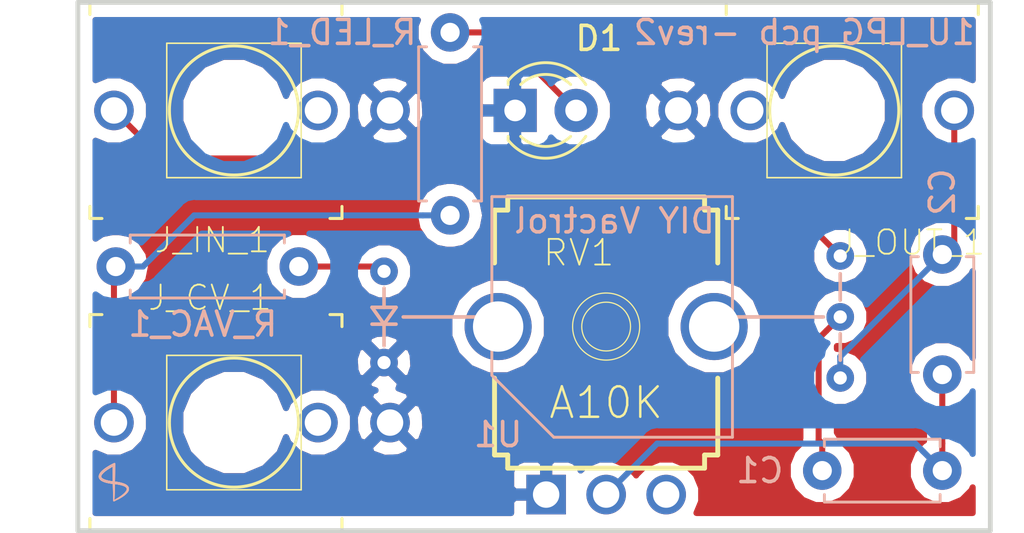
<source format=kicad_pcb>
(kicad_pcb (version 20171130) (host pcbnew "(5.0.0)")

  (general
    (thickness 1.6)
    (drawings 5)
    (tracks 29)
    (zones 0)
    (modules 11)
    (nets 9)
  )

  (page A4)
  (layers
    (0 F.Cu signal)
    (31 B.Cu signal)
    (32 B.Adhes user)
    (33 F.Adhes user)
    (34 B.Paste user)
    (35 F.Paste user)
    (36 B.SilkS user)
    (37 F.SilkS user)
    (38 B.Mask user)
    (39 F.Mask user)
    (40 Dwgs.User user)
    (41 Cmts.User user)
    (42 Eco1.User user)
    (43 Eco2.User user)
    (44 Edge.Cuts user)
    (45 Margin user)
    (46 B.CrtYd user)
    (47 F.CrtYd user)
    (48 B.Fab user)
    (49 F.Fab user)
  )

  (setup
    (last_trace_width 0.25)
    (trace_clearance 0.2)
    (zone_clearance 0.508)
    (zone_45_only no)
    (trace_min 0.2)
    (segment_width 0.1)
    (edge_width 0.15)
    (via_size 0.8)
    (via_drill 0.4)
    (via_min_size 0.4)
    (via_min_drill 0.3)
    (uvia_size 0.3)
    (uvia_drill 0.1)
    (uvias_allowed no)
    (uvia_min_size 0.2)
    (uvia_min_drill 0.1)
    (pcb_text_width 0.3)
    (pcb_text_size 1.5 1.5)
    (mod_edge_width 0.15)
    (mod_text_size 1 1)
    (mod_text_width 0.15)
    (pad_size 1.524 1.524)
    (pad_drill 0.762)
    (pad_to_mask_clearance 0.2)
    (aux_axis_origin 0 0)
    (visible_elements 7FFFFFFF)
    (pcbplotparams
      (layerselection 0x010fc_ffffffff)
      (usegerberextensions false)
      (usegerberattributes false)
      (usegerberadvancedattributes false)
      (creategerberjobfile false)
      (excludeedgelayer true)
      (linewidth 0.100000)
      (plotframeref false)
      (viasonmask false)
      (mode 1)
      (useauxorigin false)
      (hpglpennumber 1)
      (hpglpenspeed 20)
      (hpglpendiameter 15.000000)
      (psnegative false)
      (psa4output false)
      (plotreference true)
      (plotvalue true)
      (plotinvisibletext false)
      (padsonsilk false)
      (subtractmaskfromsilk false)
      (outputformat 1)
      (mirror false)
      (drillshape 0)
      (scaleselection 1)
      (outputdirectory "gerbers/"))
  )

  (net 0 "")
  (net 1 "Net-(C1-Pad2)")
  (net 2 "Net-(C1-Pad1)")
  (net 3 "Net-(D1-Pad2)")
  (net 4 GND)
  (net 5 "Net-(J_CV_1-PadP$1_TIP)")
  (net 6 "Net-(J_IN_1-PadP$1_TIP)")
  (net 7 "Net-(C2-Pad1)")
  (net 8 "Net-(R_VAC_1-Pad1)")

  (net_class Default "Dit is de standaard class."
    (clearance 0.2)
    (trace_width 0.25)
    (via_dia 0.8)
    (via_drill 0.4)
    (uvia_dia 0.3)
    (uvia_drill 0.1)
    (add_net GND)
    (add_net "Net-(C1-Pad1)")
    (add_net "Net-(C1-Pad2)")
    (add_net "Net-(C2-Pad1)")
    (add_net "Net-(D1-Pad2)")
    (add_net "Net-(J_CV_1-PadP$1_TIP)")
    (add_net "Net-(J_IN_1-PadP$1_TIP)")
    (add_net "Net-(R_VAC_1-Pad1)")
  )

  (module Coriolis-KiCad:DIY_Optoisolator_VTL5Cx2 (layer B.Cu) (tedit 5B8274A3) (tstamp 5B88BB63)
    (at 14.75 15)
    (descr "Axial Vactrol (http://www.qsl.net/wa1ion/vactrol/vactrol.pdf)")
    (tags vactrol)
    (path /5B81677A)
    (fp_text reference U1 (at 2.75 3) (layer B.SilkS)
      (effects (font (size 1 1) (thickness 0.15)) (justify mirror))
    )
    (fp_text value VTL5Cx2 (at 7.5 -7.9) (layer B.Fab)
      (effects (font (size 1 1) (thickness 0.15)) (justify mirror))
    )
    (fp_line (start 17 -2.6) (end 17 -3.7) (layer B.SilkS) (width 0.15))
    (fp_line (start 17 -1.2) (end 17 -0.1) (layer B.SilkS) (width 0.15))
    (fp_line (start 12.6 -1.9) (end 16.3 -1.9) (layer B.SilkS) (width 0.15))
    (fp_line (start 2.4 -1.9) (end -1.2 -1.9) (layer B.SilkS) (width 0.15))
    (fp_line (start -2 -2.3) (end -2 -3.1) (layer B.SilkS) (width 0.15))
    (fp_line (start -2 -1.6) (end -2 -0.7) (layer B.SilkS) (width 0.15))
    (fp_line (start -2.5 -2.3) (end -2 -1.6) (layer B.SilkS) (width 0.15))
    (fp_line (start -1.5 -2.3) (end -2.5 -2.3) (layer B.SilkS) (width 0.15))
    (fp_line (start -2 -1.6) (end -1.5 -2.3) (layer B.SilkS) (width 0.15))
    (fp_line (start -1.5 -1.6) (end -2.5 -1.6) (layer B.SilkS) (width 0.15))
    (fp_text user "DIY Vactrol" (at 7.6 -5.9) (layer B.SilkS)
      (effects (font (size 1 1) (thickness 0.15)) (justify mirror))
    )
    (fp_line (start 12.51 -6.91) (end 12.51 3.11) (layer B.SilkS) (width 0.12))
    (fp_line (start 2.49 -6.91) (end 12.51 -6.91) (layer B.SilkS) (width 0.12))
    (fp_line (start 2.49 0.53) (end 2.49 -6.91) (layer B.SilkS) (width 0.12))
    (fp_line (start 5.07 3.11) (end 2.49 0.53) (layer B.SilkS) (width 0.12))
    (fp_line (start 12.51 3.11) (end 5.07 3.11) (layer B.SilkS) (width 0.12))
    (fp_line (start 5 3.3) (end 12.7 3.3) (layer B.CrtYd) (width 0.05))
    (fp_line (start 2.3 0.6) (end 5 3.3) (layer B.CrtYd) (width 0.05))
    (fp_line (start 2.3 -7.1) (end 2.3 0.6) (layer B.CrtYd) (width 0.05))
    (fp_line (start 12.7 -7.1) (end 2.3 -7.1) (layer B.CrtYd) (width 0.05))
    (fp_line (start 12.7 3.3) (end 12.7 -7.1) (layer B.CrtYd) (width 0.05))
    (fp_line (start -1.3 -3.55) (end 2.55 -2.9) (layer B.Fab) (width 0.1))
    (fp_text user %R (at 7.5 -1.9) (layer B.Fab)
      (effects (font (size 1 1) (thickness 0.1)) (justify mirror))
    )
    (fp_line (start 16.3 0.64) (end 12.7 0.64) (layer B.Fab) (width 0.1))
    (fp_line (start 5.1 3.05) (end 2.55 0.5) (layer B.Fab) (width 0.1))
    (fp_line (start 2.55 -6.85) (end 2.55 0.5) (layer B.Fab) (width 0.1))
    (fp_line (start 12.45 -6.85) (end 2.55 -6.85) (layer B.Fab) (width 0.1))
    (fp_line (start 12.45 3.05) (end 12.45 -6.85) (layer B.Fab) (width 0.1))
    (fp_line (start 5.1 3.05) (end 12.45 3.05) (layer B.Fab) (width 0.1))
    (fp_line (start 16.3 -4.44) (end 12.7 -4.44) (layer B.Fab) (width 0.1))
    (fp_line (start -1.3 -0.25) (end 2.55 -0.9) (layer B.Fab) (width 0.1))
    (fp_line (start 16.3 -1.9) (end 12.7 -1.9) (layer B.Fab) (width 0.1))
    (pad 1 thru_hole circle (at -2 0) (size 1.15 1.15) (drill 0.55) (layers *.Cu *.Mask)
      (net 4 GND))
    (pad 3 thru_hole circle (at 17 0.64) (size 1.15 1.15) (drill 0.55) (layers *.Cu *.Mask)
      (net 7 "Net-(C2-Pad1)"))
    (pad 5 thru_hole circle (at 17 -4.44) (size 1.15 1.15) (drill 0.55) (layers *.Cu *.Mask)
      (net 6 "Net-(J_IN_1-PadP$1_TIP)"))
    (pad 2 thru_hole circle (at -2 -3.8) (size 1.15 1.15) (drill 0.55) (layers *.Cu *.Mask)
      (net 8 "Net-(R_VAC_1-Pad1)"))
    (pad 4 thru_hole circle (at 17 -1.9) (size 1.15 1.15) (drill 0.55) (layers *.Cu *.Mask)
      (net 2 "Net-(C1-Pad1)"))
    (model ${KISYS3DMOD}/Opto-Devices.3dshapes/Optoisolator_VTL5Cx2.wrl
      (at (xyz 0 0 0))
      (scale (xyz 1 1 1))
      (rotate (xyz 0 0 0))
    )
  )

  (module LEDs:LED_D3.0mm (layer F.Cu) (tedit 587A3A7B) (tstamp 5B7E13A1)
    (at 18.21 4.5)
    (descr "LED, diameter 3.0mm, 2 pins")
    (tags "LED diameter 3.0mm 2 pins")
    (path /5AA0557F)
    (fp_text reference D1 (at 3.49 -3) (layer F.SilkS)
      (effects (font (size 1 1) (thickness 0.15)))
    )
    (fp_text value LED (at 1.27 2.96) (layer F.Fab)
      (effects (font (size 1 1) (thickness 0.15)))
    )
    (fp_line (start 3.7 -2.25) (end -1.15 -2.25) (layer F.CrtYd) (width 0.05))
    (fp_line (start 3.7 2.25) (end 3.7 -2.25) (layer F.CrtYd) (width 0.05))
    (fp_line (start -1.15 2.25) (end 3.7 2.25) (layer F.CrtYd) (width 0.05))
    (fp_line (start -1.15 -2.25) (end -1.15 2.25) (layer F.CrtYd) (width 0.05))
    (fp_line (start -0.29 1.08) (end -0.29 1.236) (layer F.SilkS) (width 0.12))
    (fp_line (start -0.29 -1.236) (end -0.29 -1.08) (layer F.SilkS) (width 0.12))
    (fp_line (start -0.23 -1.16619) (end -0.23 1.16619) (layer F.Fab) (width 0.1))
    (fp_circle (center 1.27 0) (end 2.77 0) (layer F.Fab) (width 0.1))
    (fp_arc (start 1.27 0) (end 0.229039 1.08) (angle -87.9) (layer F.SilkS) (width 0.12))
    (fp_arc (start 1.27 0) (end 0.229039 -1.08) (angle 87.9) (layer F.SilkS) (width 0.12))
    (fp_arc (start 1.27 0) (end -0.29 1.235516) (angle -108.8) (layer F.SilkS) (width 0.12))
    (fp_arc (start 1.27 0) (end -0.29 -1.235516) (angle 108.8) (layer F.SilkS) (width 0.12))
    (fp_arc (start 1.27 0) (end -0.23 -1.16619) (angle 284.3) (layer F.Fab) (width 0.1))
    (pad 2 thru_hole circle (at 2.54 0) (size 1.8 1.8) (drill 0.9) (layers *.Cu *.Mask)
      (net 3 "Net-(D1-Pad2)"))
    (pad 1 thru_hole rect (at 0 0) (size 1.8 1.8) (drill 0.9) (layers *.Cu *.Mask)
      (net 4 GND))
    (model ${KISYS3DMOD}/LEDs.3dshapes/LED_D3.0mm.wrl
      (at (xyz 0 0 0))
      (scale (xyz 0.393701 0.393701 0.393701))
      (rotate (xyz 0 0 0))
    )
  )

  (module Coriolis-KiCad:MusicThingModular-WQP-PJ301M-12_JACK (layer F.Cu) (tedit 5B77D733) (tstamp 5B7E13D6)
    (at 6.5 17.5 90)
    (path /5AA050B7)
    (attr virtual)
    (fp_text reference J_CV_1 (at 5.2 -1 180) (layer F.SilkS)
      (effects (font (size 1.016 1.016) (thickness 0.0762)))
    )
    (fp_text value thonkiconn (at 0 0 90) (layer F.SilkS) hide
      (effects (font (size 1.27 1.27) (thickness 0.15)))
    )
    (fp_line (start -2.79908 2.79908) (end 2.79908 2.79908) (layer F.SilkS) (width 0.06604))
    (fp_line (start 2.79908 2.79908) (end 2.79908 -2.79908) (layer F.SilkS) (width 0.06604))
    (fp_line (start -2.79908 -2.79908) (end 2.79908 -2.79908) (layer F.SilkS) (width 0.06604))
    (fp_line (start -2.79908 2.79908) (end -2.79908 -2.79908) (layer F.SilkS) (width 0.06604))
    (fp_line (start -4.49834 -5.99948) (end -1.4986 -5.99948) (layer Dwgs.User) (width 0.127))
    (fp_line (start -1.4986 -5.99948) (end 1.4986 -5.99948) (layer Dwgs.User) (width 0.127))
    (fp_line (start 1.4986 -5.99948) (end 4.49834 -5.99948) (layer Dwgs.User) (width 0.127))
    (fp_line (start -4.49834 -5.99948) (end -4.49834 4.49834) (layer Dwgs.User) (width 0.127))
    (fp_line (start -4.49834 4.49834) (end 0.19812 4.49834) (layer Dwgs.User) (width 0.127))
    (fp_line (start 0.19812 4.49834) (end 4.49834 4.49834) (layer Dwgs.User) (width 0.127))
    (fp_line (start 4.49834 4.49834) (end 4.49834 -5.99948) (layer Dwgs.User) (width 0.127))
    (fp_line (start -1.4986 -5.99948) (end -1.4986 -3.99796) (layer Dwgs.User) (width 0.127))
    (fp_line (start -1.4986 -3.99796) (end 1.4986 -3.99796) (layer Dwgs.User) (width 0.127))
    (fp_line (start 1.4986 -3.99796) (end 1.4986 -5.99948) (layer Dwgs.User) (width 0.127))
    (fp_line (start -0.19812 4.59994) (end -0.19812 6.69798) (layer Dwgs.User) (width 0.127))
    (fp_line (start -0.19812 6.69798) (end 0.19812 6.69798) (layer Dwgs.User) (width 0.127))
    (fp_line (start 0.19812 6.69798) (end 0.19812 4.49834) (layer Dwgs.User) (width 0.127))
    (fp_line (start -4.49834 -5.4991) (end -4.49834 -5.99948) (layer F.SilkS) (width 0.127))
    (fp_line (start -4.49834 -5.99948) (end -3.99796 -5.99948) (layer F.SilkS) (width 0.127))
    (fp_line (start 3.99796 -5.99948) (end 4.49834 -5.99948) (layer F.SilkS) (width 0.127))
    (fp_line (start 4.49834 -5.99948) (end 4.49834 -5.4991) (layer F.SilkS) (width 0.127))
    (fp_line (start 4.49834 3.99796) (end 4.49834 4.49834) (layer F.SilkS) (width 0.127))
    (fp_line (start 4.49834 4.49834) (end 3.99796 4.49834) (layer F.SilkS) (width 0.127))
    (fp_line (start -4.49834 3.99796) (end -4.49834 4.49834) (layer F.SilkS) (width 0.127))
    (fp_line (start -4.49834 4.49834) (end -3.99796 4.49834) (layer F.SilkS) (width 0.127))
    (fp_circle (center 0 0) (end 0 -3.15976) (layer Dwgs.User) (width 0.127))
    (fp_circle (center 0 0) (end 0 -2.68986) (layer F.SilkS) (width 0.127))
    (pad P$1_TIP thru_hole circle (at 0 -4.99872 90) (size 1.64846 1.64846) (drill 1.09982) (layers *.Cu *.Paste *.Mask)
      (net 5 "Net-(J_CV_1-PadP$1_TIP)"))
    (pad P$2_SWITCH thru_hole circle (at 0 3.49758 90) (size 1.64846 1.64846) (drill 1.09982) (layers *.Cu *.Paste *.Mask))
    (pad P$3_SLEEVE thru_hole circle (at 0 6.49986 90) (size 1.64846 1.64846) (drill 1.09982) (layers *.Cu *.Paste *.Mask)
      (net 4 GND))
    (pad "" np_thru_hole circle (at 0 0 90) (size 3.2 3.2) (drill 3.2) (layers *.Cu *.Mask))
  )

  (module Coriolis-KiCad:MusicThingModular-WQP-PJ301M-12_JACK (layer F.Cu) (tedit 5B82FF78) (tstamp 5B7E13F9)
    (at 6.5 4.5 90)
    (path /5AA051C1)
    (attr virtual)
    (fp_text reference J_IN_1 (at -5.4 -0.9) (layer F.SilkS)
      (effects (font (size 1.016 1.016) (thickness 0.0762)))
    )
    (fp_text value thonkiconn (at 0 0 90) (layer F.SilkS) hide
      (effects (font (size 1.27 1.27) (thickness 0.15)))
    )
    (fp_circle (center 0 0) (end 0 -2.68986) (layer F.SilkS) (width 0.127))
    (fp_circle (center 0 0) (end 0 -3.15976) (layer Dwgs.User) (width 0.127))
    (fp_line (start -4.49834 4.49834) (end -3.99796 4.49834) (layer F.SilkS) (width 0.127))
    (fp_line (start -4.49834 3.99796) (end -4.49834 4.49834) (layer F.SilkS) (width 0.127))
    (fp_line (start 4.49834 4.49834) (end 3.99796 4.49834) (layer F.SilkS) (width 0.127))
    (fp_line (start 4.49834 3.99796) (end 4.49834 4.49834) (layer F.SilkS) (width 0.127))
    (fp_line (start 4.49834 -5.99948) (end 4.49834 -5.4991) (layer F.SilkS) (width 0.127))
    (fp_line (start 3.99796 -5.99948) (end 4.49834 -5.99948) (layer F.SilkS) (width 0.127))
    (fp_line (start -4.49834 -5.99948) (end -3.99796 -5.99948) (layer F.SilkS) (width 0.127))
    (fp_line (start -4.49834 -5.4991) (end -4.49834 -5.99948) (layer F.SilkS) (width 0.127))
    (fp_line (start 0.19812 6.69798) (end 0.19812 4.49834) (layer Dwgs.User) (width 0.127))
    (fp_line (start -0.19812 6.69798) (end 0.19812 6.69798) (layer Dwgs.User) (width 0.127))
    (fp_line (start -0.19812 4.59994) (end -0.19812 6.69798) (layer Dwgs.User) (width 0.127))
    (fp_line (start 1.4986 -3.99796) (end 1.4986 -5.99948) (layer Dwgs.User) (width 0.127))
    (fp_line (start -1.4986 -3.99796) (end 1.4986 -3.99796) (layer Dwgs.User) (width 0.127))
    (fp_line (start -1.4986 -5.99948) (end -1.4986 -3.99796) (layer Dwgs.User) (width 0.127))
    (fp_line (start 4.49834 4.49834) (end 4.49834 -5.99948) (layer Dwgs.User) (width 0.127))
    (fp_line (start 0.19812 4.49834) (end 4.49834 4.49834) (layer Dwgs.User) (width 0.127))
    (fp_line (start -4.49834 4.49834) (end 0.19812 4.49834) (layer Dwgs.User) (width 0.127))
    (fp_line (start -4.49834 -5.99948) (end -4.49834 4.49834) (layer Dwgs.User) (width 0.127))
    (fp_line (start 1.4986 -5.99948) (end 4.49834 -5.99948) (layer Dwgs.User) (width 0.127))
    (fp_line (start -1.4986 -5.99948) (end 1.4986 -5.99948) (layer Dwgs.User) (width 0.127))
    (fp_line (start -4.49834 -5.99948) (end -1.4986 -5.99948) (layer Dwgs.User) (width 0.127))
    (fp_line (start -2.79908 2.79908) (end -2.79908 -2.79908) (layer F.SilkS) (width 0.06604))
    (fp_line (start -2.79908 -2.79908) (end 2.79908 -2.79908) (layer F.SilkS) (width 0.06604))
    (fp_line (start 2.79908 2.79908) (end 2.79908 -2.79908) (layer F.SilkS) (width 0.06604))
    (fp_line (start -2.79908 2.79908) (end 2.79908 2.79908) (layer F.SilkS) (width 0.06604))
    (pad "" np_thru_hole circle (at 0 0 90) (size 3.2 3.2) (drill 3.2) (layers *.Cu *.Mask))
    (pad P$3_SLEEVE thru_hole circle (at 0 6.49986 90) (size 1.64846 1.64846) (drill 1.09982) (layers *.Cu *.Paste *.Mask)
      (net 4 GND))
    (pad P$2_SWITCH thru_hole circle (at 0 3.49758 90) (size 1.64846 1.64846) (drill 1.09982) (layers *.Cu *.Paste *.Mask))
    (pad P$1_TIP thru_hole circle (at 0 -4.99872 90) (size 1.64846 1.64846) (drill 1.09982) (layers *.Cu *.Paste *.Mask)
      (net 6 "Net-(J_IN_1-PadP$1_TIP)"))
  )

  (module Coriolis-KiCad:MusicThingModular-WQP-PJ301M-12_JACK (layer F.Cu) (tedit 5B77D738) (tstamp 5B7E141C)
    (at 31.5 4.5 270)
    (path /5AA051F8)
    (attr virtual)
    (fp_text reference J_OUT_1 (at 5.5 -3.2 180) (layer F.SilkS)
      (effects (font (size 1.016 1.016) (thickness 0.0762)))
    )
    (fp_text value thonkiconn (at 0 0 270) (layer F.SilkS) hide
      (effects (font (size 1.27 1.27) (thickness 0.15)))
    )
    (fp_line (start -2.79908 2.79908) (end 2.79908 2.79908) (layer F.SilkS) (width 0.06604))
    (fp_line (start 2.79908 2.79908) (end 2.79908 -2.79908) (layer F.SilkS) (width 0.06604))
    (fp_line (start -2.79908 -2.79908) (end 2.79908 -2.79908) (layer F.SilkS) (width 0.06604))
    (fp_line (start -2.79908 2.79908) (end -2.79908 -2.79908) (layer F.SilkS) (width 0.06604))
    (fp_line (start -4.49834 -5.99948) (end -1.4986 -5.99948) (layer Dwgs.User) (width 0.127))
    (fp_line (start -1.4986 -5.99948) (end 1.4986 -5.99948) (layer Dwgs.User) (width 0.127))
    (fp_line (start 1.4986 -5.99948) (end 4.49834 -5.99948) (layer Dwgs.User) (width 0.127))
    (fp_line (start -4.49834 -5.99948) (end -4.49834 4.49834) (layer Dwgs.User) (width 0.127))
    (fp_line (start -4.49834 4.49834) (end 0.19812 4.49834) (layer Dwgs.User) (width 0.127))
    (fp_line (start 0.19812 4.49834) (end 4.49834 4.49834) (layer Dwgs.User) (width 0.127))
    (fp_line (start 4.49834 4.49834) (end 4.49834 -5.99948) (layer Dwgs.User) (width 0.127))
    (fp_line (start -1.4986 -5.99948) (end -1.4986 -3.99796) (layer Dwgs.User) (width 0.127))
    (fp_line (start -1.4986 -3.99796) (end 1.4986 -3.99796) (layer Dwgs.User) (width 0.127))
    (fp_line (start 1.4986 -3.99796) (end 1.4986 -5.99948) (layer Dwgs.User) (width 0.127))
    (fp_line (start -0.19812 4.59994) (end -0.19812 6.69798) (layer Dwgs.User) (width 0.127))
    (fp_line (start -0.19812 6.69798) (end 0.19812 6.69798) (layer Dwgs.User) (width 0.127))
    (fp_line (start 0.19812 6.69798) (end 0.19812 4.49834) (layer Dwgs.User) (width 0.127))
    (fp_line (start -4.49834 -5.4991) (end -4.49834 -5.99948) (layer F.SilkS) (width 0.127))
    (fp_line (start -4.49834 -5.99948) (end -3.99796 -5.99948) (layer F.SilkS) (width 0.127))
    (fp_line (start 3.99796 -5.99948) (end 4.49834 -5.99948) (layer F.SilkS) (width 0.127))
    (fp_line (start 4.49834 -5.99948) (end 4.49834 -5.4991) (layer F.SilkS) (width 0.127))
    (fp_line (start 4.49834 3.99796) (end 4.49834 4.49834) (layer F.SilkS) (width 0.127))
    (fp_line (start 4.49834 4.49834) (end 3.99796 4.49834) (layer F.SilkS) (width 0.127))
    (fp_line (start -4.49834 3.99796) (end -4.49834 4.49834) (layer F.SilkS) (width 0.127))
    (fp_line (start -4.49834 4.49834) (end -3.99796 4.49834) (layer F.SilkS) (width 0.127))
    (fp_circle (center 0 0) (end 0 -3.15976) (layer Dwgs.User) (width 0.127))
    (fp_circle (center 0 0) (end 0 -2.68986) (layer F.SilkS) (width 0.127))
    (pad P$1_TIP thru_hole circle (at 0 -4.99872 270) (size 1.64846 1.64846) (drill 1.09982) (layers *.Cu *.Paste *.Mask)
      (net 7 "Net-(C2-Pad1)"))
    (pad P$2_SWITCH thru_hole circle (at 0 3.49758 270) (size 1.64846 1.64846) (drill 1.09982) (layers *.Cu *.Paste *.Mask))
    (pad P$3_SLEEVE thru_hole circle (at 0 6.49986 270) (size 1.64846 1.64846) (drill 1.09982) (layers *.Cu *.Paste *.Mask)
      (net 4 GND))
    (pad "" np_thru_hole circle (at 0 0 270) (size 3.2 3.2) (drill 3.2) (layers *.Cu *.Mask))
  )

  (module MusicThingModular:MusicThingModular-9MM_SNAP-IN_POT (layer F.Cu) (tedit 200000) (tstamp 5B9076A1)
    (at 22 13.5)
    (descr "9MM VERTICAL SNAP-IN POT, ALPHA / PANASONIC STYLE")
    (tags "9MM VERTICAL SNAP-IN POT, ALPHA / PANASONIC STYLE")
    (path /5AA0655D)
    (attr virtual)
    (fp_text reference RV1 (at -1.143 -3.0734) (layer F.SilkS)
      (effects (font (size 1.0668 1.0668) (thickness 0.0762)))
    )
    (fp_text value A10K (at 0 3.175) (layer F.SilkS)
      (effects (font (size 1.27 1.27) (thickness 0.1016)))
    )
    (fp_line (start -2.92354 7.32282) (end -2.07264 7.32282) (layer Dwgs.User) (width 0.06604))
    (fp_line (start -2.07264 7.32282) (end -2.07264 5.99948) (layer Dwgs.User) (width 0.06604))
    (fp_line (start -2.92354 5.99948) (end -2.07264 5.99948) (layer Dwgs.User) (width 0.06604))
    (fp_line (start -2.92354 7.32282) (end -2.92354 5.99948) (layer Dwgs.User) (width 0.06604))
    (fp_line (start -0.42418 7.32282) (end 0.42418 7.32282) (layer Dwgs.User) (width 0.06604))
    (fp_line (start 0.42418 7.32282) (end 0.42418 5.99948) (layer Dwgs.User) (width 0.06604))
    (fp_line (start -0.42418 5.99948) (end 0.42418 5.99948) (layer Dwgs.User) (width 0.06604))
    (fp_line (start -0.42418 7.32282) (end -0.42418 5.99948) (layer Dwgs.User) (width 0.06604))
    (fp_line (start 2.07264 7.32282) (end 2.92354 7.32282) (layer Dwgs.User) (width 0.06604))
    (fp_line (start 2.92354 7.32282) (end 2.92354 5.99948) (layer Dwgs.User) (width 0.06604))
    (fp_line (start 2.07264 5.99948) (end 2.92354 5.99948) (layer Dwgs.User) (width 0.06604))
    (fp_line (start 2.07264 7.32282) (end 2.07264 5.99948) (layer Dwgs.User) (width 0.06604))
    (fp_line (start -4.09956 -5.3975) (end 4.09956 -5.3975) (layer F.SilkS) (width 0.2032))
    (fp_line (start 4.6482 -4.84886) (end 4.6482 5.34924) (layer Dwgs.User) (width 0.2032))
    (fp_line (start 4.09956 5.89788) (end -4.09956 5.89788) (layer F.SilkS) (width 0.2032))
    (fp_line (start -4.6482 5.34924) (end -4.6482 -4.84886) (layer Dwgs.User) (width 0.2032))
    (fp_line (start -4.7498 -0.89916) (end -5.4991 -0.89916) (layer Dwgs.User) (width 0.2032))
    (fp_line (start -5.4991 -0.89916) (end -5.4991 0.89916) (layer Dwgs.User) (width 0.2032))
    (fp_line (start -5.4991 0.89916) (end -4.7498 0.89916) (layer Dwgs.User) (width 0.2032))
    (fp_line (start 4.7498 0.89916) (end 5.4991 0.89916) (layer Dwgs.User) (width 0.2032))
    (fp_line (start 5.4991 0.89916) (end 5.4991 -0.89916) (layer Dwgs.User) (width 0.2032))
    (fp_line (start 5.4991 -0.89916) (end 4.7498 -0.89916) (layer Dwgs.User) (width 0.2032))
    (fp_line (start -4.09956 -4.84886) (end -4.6482 -4.84886) (layer F.SilkS) (width 0.2032))
    (fp_line (start -4.09956 -5.3975) (end -4.09956 -4.84886) (layer F.SilkS) (width 0.2032))
    (fp_line (start -4.09956 5.34924) (end -4.09956 5.89788) (layer F.SilkS) (width 0.2032))
    (fp_line (start -4.6482 5.34924) (end -4.09956 5.34924) (layer F.SilkS) (width 0.2032))
    (fp_line (start 4.09956 5.34924) (end 4.6482 5.34924) (layer F.SilkS) (width 0.2032))
    (fp_line (start 4.09956 5.89788) (end 4.09956 5.34924) (layer F.SilkS) (width 0.2032))
    (fp_line (start 4.09956 -4.84886) (end 4.09956 -5.3975) (layer F.SilkS) (width 0.2032))
    (fp_line (start 4.6482 -4.84886) (end 4.09956 -4.84886) (layer F.SilkS) (width 0.2032))
    (fp_line (start -4.6482 -2.64922) (end -4.6482 -4.84886) (layer F.SilkS) (width 0.2032))
    (fp_line (start -4.6482 5.34924) (end -4.6482 2.14884) (layer F.SilkS) (width 0.2032))
    (fp_line (start 4.6482 -4.84886) (end 4.6482 -2.64922) (layer F.SilkS) (width 0.2032))
    (fp_line (start 4.6482 2.14884) (end 4.6482 5.34924) (layer F.SilkS) (width 0.2032))
    (fp_circle (center 0 0) (end 0 -1.397) (layer F.SilkS) (width 0.0508))
    (fp_circle (center 0 0) (end 0 -1.016) (layer F.SilkS) (width 0.0508))
    (pad 1 thru_hole rect (at -2.49936 6.9977) (size 1.64846 1.64846) (drill 1.09982) (layers *.Cu *.Paste *.Mask)
      (net 4 GND))
    (pad 2 thru_hole circle (at 0 6.9977) (size 1.64846 3.29946) (drill 1.09982) (layers *.Cu *.Paste *.Mask)
      (net 1 "Net-(C1-Pad2)"))
    (pad 3 thru_hole circle (at 2.49936 6.9977) (size 1.64846 3.29946) (drill 1.09982) (layers *.Cu *.Paste *.Mask))
    (pad CHASSIS1 thru_hole circle (at -4.49834 0) (size 2.794 2.794) (drill 2.09804) (layers *.Cu *.Paste *.Mask))
    (pad CHASSIS2 thru_hole circle (at 4.49834 0) (size 2.794 2.794) (drill 2.09804) (layers *.Cu *.Paste *.Mask))
  )

  (module Coriolis-KiCad:R_Axial_DIN0207_L6.3mm_D2.5mm_P7.62mm_Horizontal (layer B.Cu) (tedit 5A74D682) (tstamp 5B815D5B)
    (at 9.2 11 180)
    (descr "Resistor, Axial_DIN0207 series, Axial, Horizontal, pin pitch=7.62mm, 0.25W = 1/4W, length*diameter=6.3*2.5mm^2, http://cdn-reichelt.de/documents/datenblatt/B400/1_4W%23YAG.pdf")
    (tags "Resistor Axial_DIN0207 series Axial Horizontal pin pitch 7.62mm 0.25W = 1/4W length 6.3mm diameter 2.5mm")
    (path /5A72B414)
    (fp_text reference R_VAC_1 (at 4 -2.4 180) (layer B.SilkS)
      (effects (font (size 1 1) (thickness 0.15)) (justify mirror))
    )
    (fp_text value 100K (at 3.81 -2.31 180) (layer B.Fab)
      (effects (font (size 1 1) (thickness 0.15)) (justify mirror))
    )
    (fp_line (start 0.66 1.25) (end 0.66 -1.25) (layer B.Fab) (width 0.1))
    (fp_line (start 0.66 -1.25) (end 6.96 -1.25) (layer B.Fab) (width 0.1))
    (fp_line (start 6.96 -1.25) (end 6.96 1.25) (layer B.Fab) (width 0.1))
    (fp_line (start 6.96 1.25) (end 0.66 1.25) (layer B.Fab) (width 0.1))
    (fp_line (start 0 0) (end 0.66 0) (layer B.Fab) (width 0.1))
    (fp_line (start 7.62 0) (end 6.96 0) (layer B.Fab) (width 0.1))
    (fp_line (start 0.6 0.98) (end 0.6 1.31) (layer B.SilkS) (width 0.12))
    (fp_line (start 0.6 1.31) (end 7.02 1.31) (layer B.SilkS) (width 0.12))
    (fp_line (start 7.02 1.31) (end 7.02 0.98) (layer B.SilkS) (width 0.12))
    (fp_line (start 0.6 -0.98) (end 0.6 -1.31) (layer B.SilkS) (width 0.12))
    (fp_line (start 0.6 -1.31) (end 7.02 -1.31) (layer B.SilkS) (width 0.12))
    (fp_line (start 7.02 -1.31) (end 7.02 -0.98) (layer B.SilkS) (width 0.12))
    (fp_line (start -1.05 1.6) (end -1.05 -1.6) (layer B.CrtYd) (width 0.05))
    (fp_line (start -1.05 -1.6) (end 8.7 -1.6) (layer B.CrtYd) (width 0.05))
    (fp_line (start 8.7 -1.6) (end 8.7 1.6) (layer B.CrtYd) (width 0.05))
    (fp_line (start 8.7 1.6) (end -1.05 1.6) (layer B.CrtYd) (width 0.05))
    (pad 1 thru_hole circle (at 0 0 180) (size 1.6 1.6) (drill 0.8) (layers *.Cu *.Mask)
      (net 8 "Net-(R_VAC_1-Pad1)"))
    (pad 2 thru_hole oval (at 7.62 0 180) (size 1.6 1.6) (drill 0.8) (layers *.Cu *.Mask)
      (net 5 "Net-(J_CV_1-PadP$1_TIP)"))
    (model ${KISYS3DMOD}/Resistors_THT.3dshapes/R_Axial_DIN0207_L6.3mm_D2.5mm_P7.62mm_Horizontal.wrl
      (at (xyz 0 0 0))
      (scale (xyz 0.393701 0.393701 0.393701))
      (rotate (xyz 0 0 0))
    )
  )

  (module Coriolis-KiCad:R_Axial_DIN0207_L6.3mm_D2.5mm_P7.62mm_Horizontal (layer B.Cu) (tedit 5A74D682) (tstamp 5B815D85)
    (at 15.5 1.25 270)
    (descr "Resistor, Axial_DIN0207 series, Axial, Horizontal, pin pitch=7.62mm, 0.25W = 1/4W, length*diameter=6.3*2.5mm^2, http://cdn-reichelt.de/documents/datenblatt/B400/1_4W%23YAG.pdf")
    (tags "Resistor Axial_DIN0207 series Axial Horizontal pin pitch 7.62mm 0.25W = 1/4W length 6.3mm diameter 2.5mm")
    (path /5AA053E6)
    (fp_text reference R_LED_1 (at 0 4.5 180) (layer B.SilkS)
      (effects (font (size 1 1) (thickness 0.15)) (justify mirror))
    )
    (fp_text value 20K (at 3.81 -2.31 270) (layer B.Fab)
      (effects (font (size 1 1) (thickness 0.15)) (justify mirror))
    )
    (fp_line (start 8.7 1.6) (end -1.05 1.6) (layer B.CrtYd) (width 0.05))
    (fp_line (start 8.7 -1.6) (end 8.7 1.6) (layer B.CrtYd) (width 0.05))
    (fp_line (start -1.05 -1.6) (end 8.7 -1.6) (layer B.CrtYd) (width 0.05))
    (fp_line (start -1.05 1.6) (end -1.05 -1.6) (layer B.CrtYd) (width 0.05))
    (fp_line (start 7.02 -1.31) (end 7.02 -0.98) (layer B.SilkS) (width 0.12))
    (fp_line (start 0.6 -1.31) (end 7.02 -1.31) (layer B.SilkS) (width 0.12))
    (fp_line (start 0.6 -0.98) (end 0.6 -1.31) (layer B.SilkS) (width 0.12))
    (fp_line (start 7.02 1.31) (end 7.02 0.98) (layer B.SilkS) (width 0.12))
    (fp_line (start 0.6 1.31) (end 7.02 1.31) (layer B.SilkS) (width 0.12))
    (fp_line (start 0.6 0.98) (end 0.6 1.31) (layer B.SilkS) (width 0.12))
    (fp_line (start 7.62 0) (end 6.96 0) (layer B.Fab) (width 0.1))
    (fp_line (start 0 0) (end 0.66 0) (layer B.Fab) (width 0.1))
    (fp_line (start 6.96 1.25) (end 0.66 1.25) (layer B.Fab) (width 0.1))
    (fp_line (start 6.96 -1.25) (end 6.96 1.25) (layer B.Fab) (width 0.1))
    (fp_line (start 0.66 -1.25) (end 6.96 -1.25) (layer B.Fab) (width 0.1))
    (fp_line (start 0.66 1.25) (end 0.66 -1.25) (layer B.Fab) (width 0.1))
    (pad 2 thru_hole oval (at 7.62 0 270) (size 1.6 1.6) (drill 0.8) (layers *.Cu *.Mask)
      (net 5 "Net-(J_CV_1-PadP$1_TIP)"))
    (pad 1 thru_hole circle (at 0 0 270) (size 1.6 1.6) (drill 0.8) (layers *.Cu *.Mask)
      (net 3 "Net-(D1-Pad2)"))
    (model ${KISYS3DMOD}/Resistors_THT.3dshapes/R_Axial_DIN0207_L6.3mm_D2.5mm_P7.62mm_Horizontal.wrl
      (at (xyz 0 0 0))
      (scale (xyz 0.393701 0.393701 0.393701))
      (rotate (xyz 0 0 0))
    )
  )

  (module Capacitors_THT:C_Disc_D4.7mm_W2.5mm_P5.00mm (layer B.Cu) (tedit 597BC7C2) (tstamp 5B88BB3B)
    (at 31 19.5)
    (descr "C, Disc series, Radial, pin pitch=5.00mm, , diameter*width=4.7*2.5mm^2, Capacitor, http://www.vishay.com/docs/45233/krseries.pdf")
    (tags "C Disc series Radial pin pitch 5.00mm  diameter 4.7mm width 2.5mm Capacitor")
    (path /5AA05E3A)
    (fp_text reference C1 (at -2.6 0) (layer B.SilkS)
      (effects (font (size 1 1) (thickness 0.15)) (justify mirror))
    )
    (fp_text value 0.1uF (at 2.5 -2.56) (layer B.Fab)
      (effects (font (size 1 1) (thickness 0.15)) (justify mirror))
    )
    (fp_text user %R (at 2.5 0) (layer B.Fab)
      (effects (font (size 1 1) (thickness 0.15)) (justify mirror))
    )
    (fp_line (start 6.05 1.6) (end -1.05 1.6) (layer B.CrtYd) (width 0.05))
    (fp_line (start 6.05 -1.6) (end 6.05 1.6) (layer B.CrtYd) (width 0.05))
    (fp_line (start -1.05 -1.6) (end 6.05 -1.6) (layer B.CrtYd) (width 0.05))
    (fp_line (start -1.05 1.6) (end -1.05 -1.6) (layer B.CrtYd) (width 0.05))
    (fp_line (start 4.91 -0.996) (end 4.91 -1.31) (layer B.SilkS) (width 0.12))
    (fp_line (start 4.91 1.31) (end 4.91 0.996) (layer B.SilkS) (width 0.12))
    (fp_line (start 0.09 -0.996) (end 0.09 -1.31) (layer B.SilkS) (width 0.12))
    (fp_line (start 0.09 1.31) (end 0.09 0.996) (layer B.SilkS) (width 0.12))
    (fp_line (start 0.09 -1.31) (end 4.91 -1.31) (layer B.SilkS) (width 0.12))
    (fp_line (start 0.09 1.31) (end 4.91 1.31) (layer B.SilkS) (width 0.12))
    (fp_line (start 4.85 1.25) (end 0.15 1.25) (layer B.Fab) (width 0.1))
    (fp_line (start 4.85 -1.25) (end 4.85 1.25) (layer B.Fab) (width 0.1))
    (fp_line (start 0.15 -1.25) (end 4.85 -1.25) (layer B.Fab) (width 0.1))
    (fp_line (start 0.15 1.25) (end 0.15 -1.25) (layer B.Fab) (width 0.1))
    (pad 2 thru_hole circle (at 5 0) (size 1.6 1.6) (drill 0.8) (layers *.Cu *.Mask)
      (net 1 "Net-(C1-Pad2)"))
    (pad 1 thru_hole circle (at 0 0) (size 1.6 1.6) (drill 0.8) (layers *.Cu *.Mask)
      (net 2 "Net-(C1-Pad1)"))
    (model ${KISYS3DMOD}/Capacitors_THT.3dshapes/C_Disc_D4.7mm_W2.5mm_P5.00mm.wrl
      (at (xyz 0 0 0))
      (scale (xyz 1 1 1))
      (rotate (xyz 0 0 0))
    )
  )

  (module Capacitors_THT:C_Disc_D4.7mm_W2.5mm_P5.00mm (layer B.Cu) (tedit 597BC7C2) (tstamp 5B88BB4F)
    (at 36 10.5 270)
    (descr "C, Disc series, Radial, pin pitch=5.00mm, , diameter*width=4.7*2.5mm^2, Capacitor, http://www.vishay.com/docs/45233/krseries.pdf")
    (tags "C Disc series Radial pin pitch 5.00mm  diameter 4.7mm width 2.5mm Capacitor")
    (path /5B814F8B)
    (fp_text reference C2 (at -2.6 0 270) (layer B.SilkS)
      (effects (font (size 1 1) (thickness 0.15)) (justify mirror))
    )
    (fp_text value 0.1uF (at 2.5 -2.56 270) (layer B.Fab)
      (effects (font (size 1 1) (thickness 0.15)) (justify mirror))
    )
    (fp_line (start 0.15 1.25) (end 0.15 -1.25) (layer B.Fab) (width 0.1))
    (fp_line (start 0.15 -1.25) (end 4.85 -1.25) (layer B.Fab) (width 0.1))
    (fp_line (start 4.85 -1.25) (end 4.85 1.25) (layer B.Fab) (width 0.1))
    (fp_line (start 4.85 1.25) (end 0.15 1.25) (layer B.Fab) (width 0.1))
    (fp_line (start 0.09 1.31) (end 4.91 1.31) (layer B.SilkS) (width 0.12))
    (fp_line (start 0.09 -1.31) (end 4.91 -1.31) (layer B.SilkS) (width 0.12))
    (fp_line (start 0.09 1.31) (end 0.09 0.996) (layer B.SilkS) (width 0.12))
    (fp_line (start 0.09 -0.996) (end 0.09 -1.31) (layer B.SilkS) (width 0.12))
    (fp_line (start 4.91 1.31) (end 4.91 0.996) (layer B.SilkS) (width 0.12))
    (fp_line (start 4.91 -0.996) (end 4.91 -1.31) (layer B.SilkS) (width 0.12))
    (fp_line (start -1.05 1.6) (end -1.05 -1.6) (layer B.CrtYd) (width 0.05))
    (fp_line (start -1.05 -1.6) (end 6.05 -1.6) (layer B.CrtYd) (width 0.05))
    (fp_line (start 6.05 -1.6) (end 6.05 1.6) (layer B.CrtYd) (width 0.05))
    (fp_line (start 6.05 1.6) (end -1.05 1.6) (layer B.CrtYd) (width 0.05))
    (fp_text user %R (at 2.5 0 270) (layer B.Fab)
      (effects (font (size 1 1) (thickness 0.15)) (justify mirror))
    )
    (pad 1 thru_hole circle (at 0 0 270) (size 1.6 1.6) (drill 0.8) (layers *.Cu *.Mask)
      (net 7 "Net-(C2-Pad1)"))
    (pad 2 thru_hole circle (at 5 0 270) (size 1.6 1.6) (drill 0.8) (layers *.Cu *.Mask)
      (net 1 "Net-(C1-Pad2)"))
    (model ${KISYS3DMOD}/Capacitors_THT.3dshapes/C_Disc_D4.7mm_W2.5mm_P5.00mm.wrl
      (at (xyz 0 0 0))
      (scale (xyz 1 1 1))
      (rotate (xyz 0 0 0))
    )
  )

  (module Coriolis-KiCad:art_CoriolisEmblem (layer B.Cu) (tedit 5A759BAA) (tstamp 5B82E162)
    (at 1.5 20 180)
    (fp_text reference REF** (at 0 -2.54 180) (layer B.SilkS) hide
      (effects (font (size 1 1) (thickness 0.15)) (justify mirror))
    )
    (fp_text value CoriolisLogo (at 0 2.54 180) (layer B.Fab)
      (effects (font (size 1 1) (thickness 0.15)) (justify mirror))
    )
    (fp_line (start 0.170343 0.050301) (end 0.160267 0.048513) (layer B.SilkS) (width 0.05))
    (fp_line (start 0.140073 0.045083) (end 0.129956 0.04344) (layer B.SilkS) (width 0.05))
    (fp_line (start 0.089441 0.037319) (end 0.079305 0.035897) (layer B.SilkS) (width 0.05))
    (fp_line (start 0.180425 0.052144) (end 0.170343 0.050301) (layer B.SilkS) (width 0.05))
    (fp_line (start 0.339598 0.090434) (end 0.329807 0.087441) (layer B.SilkS) (width 0.05))
    (fp_line (start 0.129956 0.04344) (end 0.119833 0.041842) (layer B.SilkS) (width 0.05))
    (fp_line (start 0.099583 0.038785) (end 0.089441 0.037319) (layer B.SilkS) (width 0.05))
    (fp_line (start 0.04886 0.031869) (end 0.038695 0.030602) (layer B.SilkS) (width 0.05))
    (fp_line (start 0.119833 0.041842) (end 0.109711 0.040292) (layer B.SilkS) (width 0.05))
    (fp_line (start 0.250605 0.066647) (end 0.240617 0.064388) (layer B.SilkS) (width 0.05))
    (fp_line (start 0.26057 0.068974) (end 0.250605 0.066647) (layer B.SilkS) (width 0.05))
    (fp_line (start 0.059014 0.033173) (end 0.04886 0.031869) (layer B.SilkS) (width 0.05))
    (fp_line (start 0.329807 0.087441) (end 0.319982 0.084544) (layer B.SilkS) (width 0.05))
    (fp_line (start -0.001969 0.025897) (end -0.002011 0.025892) (layer B.SilkS) (width 0.05))
    (fp_line (start 0.280458 0.073845) (end 0.270525 0.071373) (layer B.SilkS) (width 0.05))
    (fp_line (start -0.002011 0.025892) (end -0.002009 0.025895) (layer B.SilkS) (width 0.05))
    (fp_line (start 0.018377 0.02818) (end 0.008201 0.027021) (layer B.SilkS) (width 0.05))
    (fp_line (start 0.270525 0.071373) (end 0.26057 0.068974) (layer B.SilkS) (width 0.05))
    (fp_line (start 0.378434 0.103486) (end 0.368787 0.100051) (layer B.SilkS) (width 0.05))
    (fp_line (start 0.069158 0.034515) (end 0.059014 0.033173) (layer B.SilkS) (width 0.05))
    (fp_line (start 0.23061 0.062194) (end 0.220604 0.060067) (layer B.SilkS) (width 0.05))
    (fp_line (start 0.300258 0.079024) (end 0.290372 0.076395) (layer B.SilkS) (width 0.05))
    (fp_line (start 0.200541 0.055991) (end 0.190494 0.054041) (layer B.SilkS) (width 0.05))
    (fp_line (start 0.349365 0.093531) (end 0.339598 0.090434) (layer B.SilkS) (width 0.05))
    (fp_line (start 0.079305 0.035897) (end 0.069158 0.034515) (layer B.SilkS) (width 0.05))
    (fp_line (start 0.310125 0.081738) (end 0.300258 0.079024) (layer B.SilkS) (width 0.05))
    (fp_line (start 0.160267 0.048513) (end 0.150182 0.046775) (layer B.SilkS) (width 0.05))
    (fp_line (start 0.210584 0.058) (end 0.200541 0.055991) (layer B.SilkS) (width 0.05))
    (fp_line (start 0.028543 0.029374) (end 0.018377 0.02818) (layer B.SilkS) (width 0.05))
    (fp_line (start 0.150182 0.046775) (end 0.140073 0.045083) (layer B.SilkS) (width 0.05))
    (fp_line (start 0.359091 0.096733) (end 0.349365 0.093531) (layer B.SilkS) (width 0.05))
    (fp_line (start 0.290372 0.076395) (end 0.280458 0.073845) (layer B.SilkS) (width 0.05))
    (fp_line (start 0.109711 0.040292) (end 0.099583 0.038785) (layer B.SilkS) (width 0.05))
    (fp_line (start 0.190494 0.054041) (end 0.180425 0.052144) (layer B.SilkS) (width 0.05))
    (fp_line (start 0.319982 0.084544) (end 0.310125 0.081738) (layer B.SilkS) (width 0.05))
    (fp_line (start 0.368787 0.100051) (end 0.359091 0.096733) (layer B.SilkS) (width 0.05))
    (fp_line (start 0.038695 0.030602) (end 0.028543 0.029374) (layer B.SilkS) (width 0.05))
    (fp_line (start 0.240617 0.064388) (end 0.23061 0.062194) (layer B.SilkS) (width 0.05))
    (fp_line (start 0.008201 0.027021) (end -0.001969 0.025897) (layer B.SilkS) (width 0.05))
    (fp_line (start 0.220604 0.060067) (end 0.210584 0.058) (layer B.SilkS) (width 0.05))
    (fp_line (start 0.316559 0.531369) (end 0.324973 0.525363) (layer B.SilkS) (width 0.05))
    (fp_line (start 0.39065 0.475192) (end 0.398617 0.468621) (layer B.SilkS) (width 0.05))
    (fp_line (start 0.349963 0.507011) (end 0.358204 0.500777) (layer B.SilkS) (width 0.05))
    (fp_line (start 0.333342 0.519305) (end 0.341669 0.513191) (layer B.SilkS) (width 0.05))
    (fp_line (start 0.444923 0.427413) (end 0.452332 0.420211) (layer B.SilkS) (width 0.05))
    (fp_line (start 0.407063 0.114581) (end 0.397568 0.110739) (layer B.SilkS) (width 0.05))
    (fp_line (start 0.291119 0.549064) (end 0.299632 0.543217) (layer B.SilkS) (width 0.05))
    (fp_line (start 0.416491 0.118574) (end 0.407063 0.114581) (layer B.SilkS) (width 0.05))
    (fp_line (start 0.282561 0.55487) (end 0.291119 0.549064) (layer B.SilkS) (width 0.05))
    (fp_line (start 0.462348 0.141271) (end 0.453384 0.136315) (layer B.SilkS) (width 0.05))
    (fp_line (start 0.425845 0.12273) (end 0.416491 0.118574) (layer B.SilkS) (width 0.05))
    (fp_line (start 0.414364 0.455234) (end 0.422136 0.44841) (layer B.SilkS) (width 0.05))
    (fp_line (start 0.429815 0.441509) (end 0.43741 0.434515) (layer B.SilkS) (width 0.05))
    (fp_line (start 0.479824 0.151933) (end 0.471171 0.14647) (layer B.SilkS) (width 0.05))
    (fp_line (start 0.341669 0.513191) (end 0.349963 0.507011) (layer B.SilkS) (width 0.05))
    (fp_line (start 0.444305 0.131586) (end 0.435115 0.12706) (layer B.SilkS) (width 0.05))
    (fp_line (start 0.547793 0.27801) (end 0.549365 0.267935) (layer B.SilkS) (width 0.05))
    (fp_line (start 0.374528 0.488125) (end 0.382613 0.481697) (layer B.SilkS) (width 0.05))
    (fp_line (start 0.466822 0.405464) (end 0.473794 0.398031) (layer B.SilkS) (width 0.05))
    (fp_line (start 0.308111 0.53732) (end 0.316559 0.531369) (layer B.SilkS) (width 0.05))
    (fp_line (start 0.324973 0.525363) (end 0.333342 0.519305) (layer B.SilkS) (width 0.05))
    (fp_line (start 0.488283 0.157688) (end 0.479824 0.151933) (layer B.SilkS) (width 0.05))
    (fp_line (start 0.525909 0.192131) (end 0.519261 0.18435) (layer B.SilkS) (width 0.05))
    (fp_line (start 0.382613 0.481697) (end 0.39065 0.475192) (layer B.SilkS) (width 0.05))
    (fp_line (start 0.542202 0.297572) (end 0.545369 0.287895) (layer B.SilkS) (width 0.05))
    (fp_line (start 0.493997 0.375084) (end 0.500434 0.367189) (layer B.SilkS) (width 0.05))
    (fp_line (start 0.43741 0.434515) (end 0.444923 0.427413) (layer B.SilkS) (width 0.05))
    (fp_line (start 0.388029 0.107047) (end 0.378434 0.103486) (layer B.SilkS) (width 0.05))
    (fp_line (start 0.397568 0.110739) (end 0.388029 0.107047) (layer B.SilkS) (width 0.05))
    (fp_line (start 0.435115 0.12706) (end 0.425845 0.12273) (layer B.SilkS) (width 0.05))
    (fp_line (start 0.529253 0.325229) (end 0.534055 0.316241) (layer B.SilkS) (width 0.05))
    (fp_line (start 0.534055 0.316241) (end 0.5384 0.307021) (layer B.SilkS) (width 0.05))
    (fp_line (start 0.506691 0.359145) (end 0.512739 0.350941) (layer B.SilkS) (width 0.05))
    (fp_line (start 0.54801 0.237533) (end 0.545409 0.227695) (layer B.SilkS) (width 0.05))
    (fp_line (start 0.453384 0.136315) (end 0.444305 0.131586) (layer B.SilkS) (width 0.05))
    (fp_line (start 0.531913 0.200356) (end 0.525909 0.192131) (layer B.SilkS) (width 0.05))
    (fp_line (start 0.518539 0.342569) (end 0.524058 0.334006) (layer B.SilkS) (width 0.05))
    (fp_line (start 0.422136 0.44841) (end 0.429815 0.441509) (layer B.SilkS) (width 0.05))
    (fp_line (start 0.549535 0.247595) (end 0.54801 0.237533) (layer B.SilkS) (width 0.05))
    (fp_line (start 0.480659 0.390495) (end 0.487398 0.38285) (layer B.SilkS) (width 0.05))
    (fp_line (start 0.496511 0.163769) (end 0.488283 0.157688) (layer B.SilkS) (width 0.05))
    (fp_line (start 0.504461 0.17021) (end 0.496511 0.163769) (layer B.SilkS) (width 0.05))
    (fp_line (start 0.545409 0.227695) (end 0.541785 0.218164) (layer B.SilkS) (width 0.05))
    (fp_line (start 0.512739 0.350941) (end 0.518539 0.342569) (layer B.SilkS) (width 0.05))
    (fp_line (start 0.459633 0.412899) (end 0.466822 0.405464) (layer B.SilkS) (width 0.05))
    (fp_line (start 0.366393 0.494482) (end 0.374528 0.488125) (layer B.SilkS) (width 0.05))
    (fp_line (start 0.398617 0.468621) (end 0.406526 0.461967) (layer B.SilkS) (width 0.05))
    (fp_line (start 0.358204 0.500777) (end 0.366393 0.494482) (layer B.SilkS) (width 0.05))
    (fp_line (start 0.299632 0.543217) (end 0.308111 0.53732) (layer B.SilkS) (width 0.05))
    (fp_line (start 0.537249 0.209042) (end 0.531913 0.200356) (layer B.SilkS) (width 0.05))
    (fp_line (start 0.5384 0.307021) (end 0.542202 0.297572) (layer B.SilkS) (width 0.05))
    (fp_line (start 0.524058 0.334006) (end 0.529253 0.325229) (layer B.SilkS) (width 0.05))
    (fp_line (start 0.471171 0.14647) (end 0.462348 0.141271) (layer B.SilkS) (width 0.05))
    (fp_line (start 0.512077 0.177061) (end 0.504461 0.17021) (layer B.SilkS) (width 0.05))
    (fp_line (start 0.519261 0.18435) (end 0.512077 0.177061) (layer B.SilkS) (width 0.05))
    (fp_line (start 0.549972 0.257775) (end 0.549535 0.247595) (layer B.SilkS) (width 0.05))
    (fp_line (start 0.541785 0.218164) (end 0.537249 0.209042) (layer B.SilkS) (width 0.05))
    (fp_line (start 0.406526 0.461967) (end 0.414364 0.455234) (layer B.SilkS) (width 0.05))
    (fp_line (start 0.549365 0.267935) (end 0.549972 0.257775) (layer B.SilkS) (width 0.05))
    (fp_line (start 0.545369 0.287895) (end 0.547793 0.27801) (layer B.SilkS) (width 0.05))
    (fp_line (start 0.500434 0.367189) (end 0.506691 0.359145) (layer B.SilkS) (width 0.05))
    (fp_line (start 0.452332 0.420211) (end 0.459633 0.412899) (layer B.SilkS) (width 0.05))
    (fp_line (start 0.487398 0.38285) (end 0.493997 0.375084) (layer B.SilkS) (width 0.05))
    (fp_line (start 0.473794 0.398031) (end 0.480659 0.390495) (layer B.SilkS) (width 0.05))
    (fp_line (start -0.543467 -0.136941) (end -0.550798 -0.143938) (layer B.SilkS) (width 0.05))
    (fp_line (start -0.520037 -0.117576) (end -0.528069 -0.123763) (layer B.SilkS) (width 0.05))
    (fp_line (start -0.511808 -0.111653) (end -0.520037 -0.117576) (layer B.SilkS) (width 0.05))
    (fp_line (start -0.557864 -0.15121) (end -0.564644 -0.158753) (layer B.SilkS) (width 0.05))
    (fp_line (start -0.550798 -0.143938) (end -0.557864 -0.15121) (layer B.SilkS) (width 0.05))
    (fp_line (start -0.503405 -0.105989) (end -0.511808 -0.111653) (layer B.SilkS) (width 0.05))
    (fp_line (start -0.47727 -0.09045) (end -0.486119 -0.095396) (layer B.SilkS) (width 0.05))
    (fp_line (start -0.535892 -0.130223) (end -0.543467 -0.136941) (layer B.SilkS) (width 0.05))
    (fp_line (start -0.528069 -0.123763) (end -0.535892 -0.130223) (layer B.SilkS) (width 0.05))
    (fp_line (start -0.494834 -0.100572) (end -0.503405 -0.105989) (layer B.SilkS) (width 0.05))
    (fp_line (start -0.486119 -0.095396) (end -0.494834 -0.100572) (layer B.SilkS) (width 0.05))
    (fp_line (start -0.600212 -0.230802) (end -0.60195 -0.240819) (layer B.SilkS) (width 0.05))
    (fp_line (start -0.571116 -0.166552) (end -0.576996 -0.174842) (layer B.SilkS) (width 0.05))
    (fp_line (start -0.564644 -0.158753) (end -0.571116 -0.166552) (layer B.SilkS) (width 0.05))
    (fp_line (start -0.591284 -0.20171) (end -0.594872 -0.211213) (layer B.SilkS) (width 0.05))
    (fp_line (start -0.60195 -0.240819) (end -0.603057 -0.250912) (layer B.SilkS) (width 0.05))
    (fp_line (start -0.587099 -0.192457) (end -0.591284 -0.20171) (layer B.SilkS) (width 0.05))
    (fp_line (start -0.603057 -0.250912) (end -0.603533 -0.261056) (layer B.SilkS) (width 0.05))
    (fp_line (start -0.597851 -0.220925) (end -0.600212 -0.230802) (layer B.SilkS) (width 0.05))
    (fp_line (start -0.594872 -0.211213) (end -0.597851 -0.220925) (layer B.SilkS) (width 0.05))
    (fp_line (start -0.582327 -0.183482) (end -0.587099 -0.192457) (layer B.SilkS) (width 0.05))
    (fp_line (start -0.576996 -0.174842) (end -0.582327 -0.183482) (layer B.SilkS) (width 0.05))
    (fp_line (start -0.275603 -0.019085) (end -0.285579 -0.021589) (layer B.SilkS) (width 0.05))
    (fp_line (start -0.315373 -0.029573) (end -0.325256 -0.032397) (layer B.SilkS) (width 0.05))
    (fp_line (start -0.305462 -0.026831) (end -0.315373 -0.029573) (layer B.SilkS) (width 0.05))
    (fp_line (start -0.344945 -0.038299) (end -0.354736 -0.041376) (layer B.SilkS) (width 0.05))
    (fp_line (start -0.285579 -0.021589) (end -0.295527 -0.024169) (layer B.SilkS) (width 0.05))
    (fp_line (start -0.36451 -0.044545) (end -0.374252 -0.047804) (layer B.SilkS) (width 0.05))
    (fp_line (start -0.295527 -0.024169) (end -0.305462 -0.026831) (layer B.SilkS) (width 0.05))
    (fp_line (start -0.354736 -0.041376) (end -0.36451 -0.044545) (layer B.SilkS) (width 0.05))
    (fp_line (start -0.265618 -0.016659) (end -0.275603 -0.019085) (layer B.SilkS) (width 0.05))
    (fp_line (start -0.335118 -0.035306) (end -0.344945 -0.038299) (layer B.SilkS) (width 0.05))
    (fp_line (start -0.325256 -0.032397) (end -0.335118 -0.035306) (layer B.SilkS) (width 0.05))
    (fp_line (start 0.049467 0.692389) (end 0.058101 0.687871) (layer B.SilkS) (width 0.05))
    (fp_line (start 0.075318 0.678742) (end 0.083901 0.674131) (layer B.SilkS) (width 0.05))
    (fp_line (start 0.273981 0.560621) (end 0.282561 0.55487) (layer B.SilkS) (width 0.05))
    (fp_line (start 0.265359 0.566334) (end 0.273981 0.560621) (layer B.SilkS) (width 0.05))
    (fp_line (start 0.256712 0.571999) (end 0.265359 0.566334) (layer B.SilkS) (width 0.05))
    (fp_line (start 0.24804 0.577617) (end 0.256712 0.571999) (layer B.SilkS) (width 0.05))
    (fp_line (start 0.23934 0.583193) (end 0.24804 0.577617) (layer B.SilkS) (width 0.05))
    (fp_line (start 0.221846 0.594226) (end 0.230606 0.58873) (layer B.SilkS) (width 0.05))
    (fp_line (start 0.058101 0.687871) (end 0.066721 0.68332) (layer B.SilkS) (width 0.05))
    (fp_line (start 0.040811 0.696877) (end 0.049467 0.692389) (layer B.SilkS) (width 0.05))
    (fp_line (start 0.101018 0.664818) (end 0.109544 0.660121) (layer B.SilkS) (width 0.05))
    (fp_line (start 0.195446 0.610451) (end 0.20427 0.605082) (layer B.SilkS) (width 0.05))
    (fp_line (start 0.177715 0.621077) (end 0.186594 0.615782) (layer B.SilkS) (width 0.05))
    (fp_line (start 0.083901 0.674131) (end 0.092473 0.669487) (layer B.SilkS) (width 0.05))
    (fp_line (start 0.109544 0.660121) (end 0.118059 0.65539) (layer B.SilkS) (width 0.05))
    (fp_line (start 0.160402 0.631253) (end 0.16881 0.626335) (layer B.SilkS) (width 0.05))
    (fp_line (start 0.230606 0.58873) (end 0.23934 0.583193) (layer B.SilkS) (width 0.05))
    (fp_line (start 0.213066 0.599677) (end 0.221846 0.594226) (layer B.SilkS) (width 0.05))
    (fp_line (start 0.135042 0.645832) (end 0.143518 0.641002) (layer B.SilkS) (width 0.05))
    (fp_line (start 0.20427 0.605082) (end 0.213066 0.599677) (layer B.SilkS) (width 0.05))
    (fp_line (start 0.151965 0.636146) (end 0.160402 0.631253) (layer B.SilkS) (width 0.05))
    (fp_line (start 0.126554 0.650629) (end 0.135042 0.645832) (layer B.SilkS) (width 0.05))
    (fp_line (start 0.143518 0.641002) (end 0.151965 0.636146) (layer B.SilkS) (width 0.05))
    (fp_line (start 0.186594 0.615782) (end 0.195446 0.610451) (layer B.SilkS) (width 0.05))
    (fp_line (start 0.118059 0.65539) (end 0.126554 0.650629) (layer B.SilkS) (width 0.05))
    (fp_line (start 0.066721 0.68332) (end 0.075318 0.678742) (layer B.SilkS) (width 0.05))
    (fp_line (start 0.16881 0.626335) (end 0.177715 0.621077) (layer B.SilkS) (width 0.05))
    (fp_line (start 0.092473 0.669487) (end 0.101018 0.664818) (layer B.SilkS) (width 0.05))
    (fp_line (start 0.031175 0.666941) (end 0.031203 0.677333) (layer B.SilkS) (width 0.05))
    (fp_line (start 0.031144 0.65653) (end 0.031175 0.666941) (layer B.SilkS) (width 0.05))
    (fp_line (start 0.029719 0.438001) (end 0.029818 0.448406) (layer B.SilkS) (width 0.05))
    (fp_line (start 0.031292 0.739743) (end 0.031294 0.750138) (layer B.SilkS) (width 0.05))
    (fp_line (start 0.031264 0.70855) (end 0.031277 0.718945) (layer B.SilkS) (width 0.05))
    (fp_line (start 0.031247 0.698143) (end 0.031264 0.70855) (layer B.SilkS) (width 0.05))
    (fp_line (start 0.029511 0.417189) (end 0.029616 0.427587) (layer B.SilkS) (width 0.05))
    (fp_line (start 0.030099 0.47964) (end 0.030186 0.490045) (layer B.SilkS) (width 0.05))
    (fp_line (start 0.030709 0.562876) (end 0.030771 0.573279) (layer B.SilkS) (width 0.05))
    (fp_line (start 0.030351 0.510854) (end 0.030429 0.521266) (layer B.SilkS) (width 0.05))
    (fp_line (start 0.027878 0.281972) (end 0.028021 0.292379) (layer B.SilkS) (width 0.05))
    (fp_line (start 0.030575 0.542069) (end 0.030644 0.552478) (layer B.SilkS) (width 0.05))
    (fp_line (start 0.027585 0.261172) (end 0.027733 0.271576) (layer B.SilkS) (width 0.05))
    (fp_line (start 0.026967 0.219562) (end 0.027126 0.229971) (layer B.SilkS) (width 0.05))
    (fp_line (start 0.03111 0.646132) (end 0.031144 0.65653) (layer B.SilkS) (width 0.05))
    (fp_line (start 0.03027 0.50045) (end 0.030351 0.510854) (layer B.SilkS) (width 0.05))
    (fp_line (start 0.027733 0.271576) (end 0.027878 0.281972) (layer B.SilkS) (width 0.05))
    (fp_line (start -0.011522 0.723004) (end -0.004575 0.719711) (layer B.SilkS) (width 0.05))
    (fp_line (start 0.030186 0.490045) (end 0.03027 0.50045) (layer B.SilkS) (width 0.05))
    (fp_line (start 0.031071 0.635729) (end 0.03111 0.646132) (layer B.SilkS) (width 0.05))
    (fp_line (start 0.029818 0.448406) (end 0.029915 0.45882) (layer B.SilkS) (width 0.05))
    (fp_line (start 0.031287 0.729347) (end 0.031292 0.739743) (layer B.SilkS) (width 0.05))
    (fp_line (start 0.03103 0.625326) (end 0.031071 0.635729) (layer B.SilkS) (width 0.05))
    (fp_line (start 0.030829 0.583689) (end 0.030884 0.594098) (layer B.SilkS) (width 0.05))
    (fp_line (start 0.029177 0.385974) (end 0.029291 0.396374) (layer B.SilkS) (width 0.05))
    (fp_line (start 0.033136 0.700822) (end 0.040811 0.696877) (layer B.SilkS) (width 0.05))
    (fp_line (start 0.025453 0.704736) (end 0.033136 0.700822) (layer B.SilkS) (width 0.05))
    (fp_line (start 0.017751 0.708624) (end 0.025453 0.704736) (layer B.SilkS) (width 0.05))
    (fp_line (start 0.027282 0.240376) (end 0.027435 0.250769) (layer B.SilkS) (width 0.05))
    (fp_line (start 0.030884 0.594098) (end 0.030936 0.604506) (layer B.SilkS) (width 0.05))
    (fp_line (start 0.010045 0.712476) (end 0.017751 0.708624) (layer B.SilkS) (width 0.05))
    (fp_line (start 0.028431 0.323584) (end 0.028562 0.33398) (layer B.SilkS) (width 0.05))
    (fp_line (start 0.002316 0.716298) (end 0.010045 0.712476) (layer B.SilkS) (width 0.05))
    (fp_line (start 0.030008 0.469234) (end 0.030099 0.47964) (layer B.SilkS) (width 0.05))
    (fp_line (start -0.002959 0.728434) (end -0.011522 0.723004) (layer B.SilkS) (width 0.05))
    (fp_line (start 0.030985 0.614916) (end 0.03103 0.625326) (layer B.SilkS) (width 0.05))
    (fp_line (start 0.029291 0.396374) (end 0.029402 0.406785) (layer B.SilkS) (width 0.05))
    (fp_line (start 0.031227 0.687743) (end 0.031247 0.698143) (layer B.SilkS) (width 0.05))
    (fp_line (start 0.031203 0.677333) (end 0.031227 0.687743) (layer B.SilkS) (width 0.05))
    (fp_line (start 0.030429 0.521266) (end 0.030504 0.531676) (layer B.SilkS) (width 0.05))
    (fp_line (start 0.030644 0.552478) (end 0.030709 0.562876) (layer B.SilkS) (width 0.05))
    (fp_line (start 0.029059 0.375579) (end 0.029177 0.385974) (layer B.SilkS) (width 0.05))
    (fp_line (start 0.028297 0.313182) (end 0.028431 0.323584) (layer B.SilkS) (width 0.05))
    (fp_line (start 0.030504 0.531676) (end 0.030575 0.542069) (layer B.SilkS) (width 0.05))
    (fp_line (start 0.027435 0.250769) (end 0.027585 0.261172) (layer B.SilkS) (width 0.05))
    (fp_line (start 0.028817 0.354782) (end 0.02894 0.365185) (layer B.SilkS) (width 0.05))
    (fp_line (start -0.004575 0.719711) (end 0.002316 0.716298) (layer B.SilkS) (width 0.05))
    (fp_line (start 0.031277 0.718945) (end 0.031287 0.729347) (layer B.SilkS) (width 0.05))
    (fp_line (start 0.030936 0.604506) (end 0.030985 0.614916) (layer B.SilkS) (width 0.05))
    (fp_line (start 0.029616 0.427587) (end 0.029719 0.438001) (layer B.SilkS) (width 0.05))
    (fp_line (start 0.02894 0.365185) (end 0.029059 0.375579) (layer B.SilkS) (width 0.05))
    (fp_line (start 0.005611 0.733868) (end -0.002959 0.728434) (layer B.SilkS) (width 0.05))
    (fp_line (start 0.014166 0.739293) (end 0.005611 0.733868) (layer B.SilkS) (width 0.05))
    (fp_line (start 0.022733 0.744725) (end 0.014166 0.739293) (layer B.SilkS) (width 0.05))
    (fp_line (start 0.031294 0.750154) (end 0.022733 0.744725) (layer B.SilkS) (width 0.05))
    (fp_line (start 0.031294 0.750138) (end 0.031294 0.750154) (layer B.SilkS) (width 0.05))
    (fp_line (start 0.030771 0.573279) (end 0.030829 0.583689) (layer B.SilkS) (width 0.05))
    (fp_line (start 0.02816 0.302785) (end 0.028297 0.313182) (layer B.SilkS) (width 0.05))
    (fp_line (start 0.028021 0.292379) (end 0.02816 0.302785) (layer B.SilkS) (width 0.05))
    (fp_line (start 0.029915 0.45882) (end 0.030008 0.469234) (layer B.SilkS) (width 0.05))
    (fp_line (start 0.029402 0.406785) (end 0.029511 0.417189) (layer B.SilkS) (width 0.05))
    (fp_line (start 0.028691 0.344384) (end 0.028817 0.354782) (layer B.SilkS) (width 0.05))
    (fp_line (start 0.028562 0.33398) (end 0.028691 0.344384) (layer B.SilkS) (width 0.05))
    (fp_line (start 0.027126 0.229971) (end 0.027282 0.240376) (layer B.SilkS) (width 0.05))
    (fp_line (start -0.154786 0.005542) (end -0.164917 0.00383) (layer B.SilkS) (width 0.05))
    (fp_line (start -0.195261 -0.001648) (end -0.205352 -0.003594) (layer B.SilkS) (width 0.05))
    (fp_line (start -0.205352 -0.003594) (end -0.21544 -0.005604) (layer B.SilkS) (width 0.05))
    (fp_line (start -0.164917 0.00383) (end -0.175045 0.002061) (layer B.SilkS) (width 0.05))
    (fp_line (start -0.175045 0.002061) (end -0.185154 0.000237) (layer B.SilkS) (width 0.05))
    (fp_line (start -0.255621 -0.014308) (end -0.265618 -0.016659) (layer B.SilkS) (width 0.05))
    (fp_line (start -0.225515 -0.00768) (end -0.23557 -0.009821) (layer B.SilkS) (width 0.05))
    (fp_line (start -0.185154 0.000237) (end -0.195261 -0.001648) (layer B.SilkS) (width 0.05))
    (fp_line (start -0.245605 -0.01203) (end -0.255621 -0.014308) (layer B.SilkS) (width 0.05))
    (fp_line (start -0.21544 -0.005604) (end -0.225515 -0.00768) (layer B.SilkS) (width 0.05))
    (fp_line (start -0.23557 -0.009821) (end -0.245605 -0.01203) (layer B.SilkS) (width 0.05))
    (fp_line (start -0.60258 -0.281347) (end -0.601147 -0.291419) (layer B.SilkS) (width 0.05))
    (fp_line (start -0.596377 -0.311163) (end -0.592942 -0.320913) (layer B.SilkS) (width 0.05))
    (fp_line (start -0.575342 -0.358294) (end -0.570083 -0.367193) (layer B.SilkS) (width 0.05))
    (fp_line (start -0.58028 -0.34921) (end -0.575342 -0.358294) (layer B.SilkS) (width 0.05))
    (fp_line (start -0.584873 -0.339948) (end -0.58028 -0.34921) (layer B.SilkS) (width 0.05))
    (fp_line (start -0.5891 -0.330515) (end -0.584873 -0.339948) (layer B.SilkS) (width 0.05))
    (fp_line (start -0.603533 -0.261056) (end -0.603374 -0.271224) (layer B.SilkS) (width 0.05))
    (fp_line (start -0.601147 -0.291419) (end -0.599078 -0.301375) (layer B.SilkS) (width 0.05))
    (fp_line (start -0.592942 -0.320913) (end -0.5891 -0.330515) (layer B.SilkS) (width 0.05))
    (fp_line (start -0.599078 -0.301375) (end -0.596377 -0.311163) (layer B.SilkS) (width 0.05))
    (fp_line (start -0.603374 -0.271224) (end -0.60258 -0.281347) (layer B.SilkS) (width 0.05))
    (fp_line (start 0.025606 0.136358) (end 0.025786 0.146767) (layer B.SilkS) (width 0.05))
    (fp_line (start 0.02524 0.115549) (end 0.025425 0.125956) (layer B.SilkS) (width 0.05))
    (fp_line (start 0.025054 0.105143) (end 0.02524 0.115549) (layer B.SilkS) (width 0.05))
    (fp_line (start 0.023471 0.021912) (end 0.023677 0.032306) (layer B.SilkS) (width 0.05))
    (fp_line (start 0.023262 0.011501) (end 0.023471 0.021912) (layer B.SilkS) (width 0.05))
    (fp_line (start 0.022404 -0.030103) (end 0.022622 -0.019708) (layer B.SilkS) (width 0.05))
    (fp_line (start 0.02196 -0.050902) (end 0.022183 -0.040495) (layer B.SilkS) (width 0.05))
    (fp_line (start 0.022183 -0.040495) (end 0.022404 -0.030103) (layer B.SilkS) (width 0.05))
    (fp_line (start 0.022622 -0.019708) (end 0.022838 -0.009313) (layer B.SilkS) (width 0.05))
    (fp_line (start 0.023677 0.032306) (end 0.023881 0.042701) (layer B.SilkS) (width 0.05))
    (fp_line (start 0.024673 0.084335) (end 0.024865 0.094743) (layer B.SilkS) (width 0.05))
    (fp_line (start 0.021507 -0.071705) (end 0.021735 -0.061299) (layer B.SilkS) (width 0.05))
    (fp_line (start 0.024083 0.053112) (end 0.024282 0.063515) (layer B.SilkS) (width 0.05))
    (fp_line (start 0.025962 0.15716) (end 0.026136 0.167567) (layer B.SilkS) (width 0.05))
    (fp_line (start 0.024282 0.063515) (end 0.024479 0.073924) (layer B.SilkS) (width 0.05))
    (fp_line (start 0.023051 0.001098) (end 0.023262 0.011501) (layer B.SilkS) (width 0.05))
    (fp_line (start 0.021735 -0.061299) (end 0.02196 -0.050902) (layer B.SilkS) (width 0.05))
    (fp_line (start 0.025786 0.146767) (end 0.025962 0.15716) (layer B.SilkS) (width 0.05))
    (fp_line (start 0.023881 0.042701) (end 0.024083 0.053112) (layer B.SilkS) (width 0.05))
    (fp_line (start 0.026476 0.188358) (end 0.026643 0.198765) (layer B.SilkS) (width 0.05))
    (fp_line (start 0.022838 -0.009313) (end 0.023051 0.001098) (layer B.SilkS) (width 0.05))
    (fp_line (start 0.025425 0.125956) (end 0.025606 0.136358) (layer B.SilkS) (width 0.05))
    (fp_line (start 0.024479 0.073924) (end 0.024673 0.084335) (layer B.SilkS) (width 0.05))
    (fp_line (start 0.026806 0.209158) (end 0.026967 0.219562) (layer B.SilkS) (width 0.05))
    (fp_line (start 0.024865 0.094743) (end 0.025054 0.105143) (layer B.SilkS) (width 0.05))
    (fp_line (start 0.026136 0.167567) (end 0.026308 0.177962) (layer B.SilkS) (width 0.05))
    (fp_line (start 0.026643 0.198765) (end 0.026806 0.209158) (layer B.SilkS) (width 0.05))
    (fp_line (start 0.026308 0.177962) (end 0.026476 0.188358) (layer B.SilkS) (width 0.05))
    (fp_line (start 0.008229 -0.56049) (end 0.008565 -0.550091) (layer B.SilkS) (width 0.05))
    (fp_line (start 0.004722 -0.664455) (end 0.005086 -0.654048) (layer B.SilkS) (width 0.05))
    (fp_line (start 0.005086 -0.654048) (end 0.005447 -0.643645) (layer B.SilkS) (width 0.05))
    (fp_line (start 0.007549 -0.581287) (end 0.00789 -0.570885) (layer B.SilkS) (width 0.05))
    (fp_line (start 0.003986 -0.685245) (end 0.004356 -0.674846) (layer B.SilkS) (width 0.05))
    (fp_line (start 0.003235 -0.706049) (end 0.003612 -0.695644) (layer B.SilkS) (width 0.05))
    (fp_line (start 0.006159 -0.622854) (end 0.00651 -0.612463) (layer B.SilkS) (width 0.05))
    (fp_line (start 0.017551 -0.23816) (end 0.017815 -0.227765) (layer B.SilkS) (width 0.05))
    (fp_line (start 0.011479 -0.456528) (end 0.011791 -0.446139) (layer B.SilkS) (width 0.05))
    (fp_line (start 0.009229 -0.529306) (end 0.009558 -0.518917) (layer B.SilkS) (width 0.05))
    (fp_line (start 0.008565 -0.550091) (end 0.008898 -0.539701) (layer B.SilkS) (width 0.05))
    (fp_line (start 0.008898 -0.539701) (end 0.009229 -0.529306) (layer B.SilkS) (width 0.05))
    (fp_line (start 0.00651 -0.612463) (end 0.006859 -0.602071) (layer B.SilkS) (width 0.05))
    (fp_line (start 0.003612 -0.695644) (end 0.003986 -0.685245) (layer B.SilkS) (width 0.05))
    (fp_line (start 0.012713 -0.414946) (end 0.013015 -0.404547) (layer B.SilkS) (width 0.05))
    (fp_line (start 0.010529 -0.487714) (end 0.010848 -0.477315) (layer B.SilkS) (width 0.05))
    (fp_line (start 0.0121 -0.435733) (end 0.012408 -0.425343) (layer B.SilkS) (width 0.05))
    (fp_line (start 0.011791 -0.446139) (end 0.0121 -0.435733) (layer B.SilkS) (width 0.05))
    (fp_line (start 0.009884 -0.508516) (end 0.010208 -0.498113) (layer B.SilkS) (width 0.05))
    (fp_line (start 0.004356 -0.674846) (end 0.004722 -0.664455) (layer B.SilkS) (width 0.05))
    (fp_line (start 0.011165 -0.466922) (end 0.011479 -0.456528) (layer B.SilkS) (width 0.05))
    (fp_line (start 0.021277 -0.082116) (end 0.021507 -0.071705) (layer B.SilkS) (width 0.05))
    (fp_line (start 0.021045 -0.092517) (end 0.021277 -0.082116) (layer B.SilkS) (width 0.05))
    (fp_line (start 0.007205 -0.591681) (end 0.007549 -0.581287) (layer B.SilkS) (width 0.05))
    (fp_line (start 0.02081 -0.102929) (end 0.021045 -0.092517) (layer B.SilkS) (width 0.05))
    (fp_line (start 0.018337 -0.206963) (end 0.018595 -0.196562) (layer B.SilkS) (width 0.05))
    (fp_line (start 0.014203 -0.362954) (end 0.014495 -0.352556) (layer B.SilkS) (width 0.05))
    (fp_line (start 0.020573 -0.113336) (end 0.02081 -0.102929) (layer B.SilkS) (width 0.05))
    (fp_line (start 0.020334 -0.123735) (end 0.020573 -0.113336) (layer B.SilkS) (width 0.05))
    (fp_line (start 0.020092 -0.134146) (end 0.020334 -0.123735) (layer B.SilkS) (width 0.05))
    (fp_line (start 0.013614 -0.383749) (end 0.01391 -0.373344) (layer B.SilkS) (width 0.05))
    (fp_line (start 0.019848 -0.144543) (end 0.020092 -0.134146) (layer B.SilkS) (width 0.05))
    (fp_line (start 0.019602 -0.154946) (end 0.019848 -0.144543) (layer B.SilkS) (width 0.05))
    (fp_line (start 0.019354 -0.165353) (end 0.019602 -0.154946) (layer B.SilkS) (width 0.05))
    (fp_line (start 0.019103 -0.17576) (end 0.019354 -0.165353) (layer B.SilkS) (width 0.05))
    (fp_line (start 0.014495 -0.352556) (end 0.014784 -0.342153) (layer B.SilkS) (width 0.05))
    (fp_line (start 0.018077 -0.217365) (end 0.018337 -0.206963) (layer B.SilkS) (width 0.05))
    (fp_line (start 0.016196 -0.29015) (end 0.016471 -0.279751) (layer B.SilkS) (width 0.05))
    (fp_line (start 0.005804 -0.633252) (end 0.006159 -0.622854) (layer B.SilkS) (width 0.05))
    (fp_line (start 0.016745 -0.269357) (end 0.017016 -0.258959) (layer B.SilkS) (width 0.05))
    (fp_line (start 0.005447 -0.643645) (end 0.005804 -0.633252) (layer B.SilkS) (width 0.05))
    (fp_line (start 0.002854 -0.716445) (end 0.003235 -0.706049) (layer B.SilkS) (width 0.05))
    (fp_line (start 0.002469 -0.726839) (end 0.002854 -0.716445) (layer B.SilkS) (width 0.05))
    (fp_line (start 0.015356 -0.321347) (end 0.015638 -0.310951) (layer B.SilkS) (width 0.05))
    (fp_line (start 0.009558 -0.518917) (end 0.009884 -0.508516) (layer B.SilkS) (width 0.05))
    (fp_line (start 0.002079 -0.737235) (end 0.002469 -0.726839) (layer B.SilkS) (width 0.05))
    (fp_line (start 0.010208 -0.498113) (end 0.010529 -0.487714) (layer B.SilkS) (width 0.05))
    (fp_line (start 0.01885 -0.186164) (end 0.019103 -0.17576) (layer B.SilkS) (width 0.05))
    (fp_line (start 0.017284 -0.248558) (end 0.017551 -0.23816) (layer B.SilkS) (width 0.05))
    (fp_line (start 0.015071 -0.331749) (end 0.015356 -0.321347) (layer B.SilkS) (width 0.05))
    (fp_line (start 0.006859 -0.602071) (end 0.007205 -0.591681) (layer B.SilkS) (width 0.05))
    (fp_line (start 0.015918 -0.300551) (end 0.016196 -0.29015) (layer B.SilkS) (width 0.05))
    (fp_line (start 0.015638 -0.310951) (end 0.015918 -0.300551) (layer B.SilkS) (width 0.05))
    (fp_line (start 0.010848 -0.477315) (end 0.011165 -0.466922) (layer B.SilkS) (width 0.05))
    (fp_line (start 0.018595 -0.196562) (end 0.01885 -0.186164) (layer B.SilkS) (width 0.05))
    (fp_line (start 0.00789 -0.570885) (end 0.008229 -0.56049) (layer B.SilkS) (width 0.05))
    (fp_line (start 0.014784 -0.342153) (end 0.015071 -0.331749) (layer B.SilkS) (width 0.05))
    (fp_line (start 0.013015 -0.404547) (end 0.013316 -0.394151) (layer B.SilkS) (width 0.05))
    (fp_line (start 0.017815 -0.227765) (end 0.018077 -0.217365) (layer B.SilkS) (width 0.05))
    (fp_line (start 0.017016 -0.258959) (end 0.017284 -0.248558) (layer B.SilkS) (width 0.05))
    (fp_line (start 0.016471 -0.279751) (end 0.016745 -0.269357) (layer B.SilkS) (width 0.05))
    (fp_line (start 0.01391 -0.373344) (end 0.014203 -0.362954) (layer B.SilkS) (width 0.05))
    (fp_line (start 0.013316 -0.394151) (end 0.013614 -0.383749) (layer B.SilkS) (width 0.05))
    (fp_line (start 0.012408 -0.425343) (end 0.012713 -0.414946) (layer B.SilkS) (width 0.05))
    (fp_line (start -0.025029 0.261228) (end -0.024878 0.250831) (layer B.SilkS) (width 0.05))
    (fp_line (start -0.026845 0.406861) (end -0.026734 0.39646) (layer B.SilkS) (width 0.05))
    (fp_line (start -0.026134 0.344456) (end -0.026006 0.334052) (layer B.SilkS) (width 0.05))
    (fp_line (start -0.025176 0.271635) (end -0.025029 0.261228) (layer B.SilkS) (width 0.05))
    (fp_line (start -0.025322 0.282038) (end -0.025176 0.271635) (layer B.SilkS) (width 0.05))
    (fp_line (start -0.026954 0.417263) (end -0.026845 0.406861) (layer B.SilkS) (width 0.05))
    (fp_line (start -0.026006 0.334052) (end -0.025875 0.323646) (layer B.SilkS) (width 0.05))
    (fp_line (start -0.027059 0.427666) (end -0.026954 0.417263) (layer B.SilkS) (width 0.05))
    (fp_line (start -0.027162 0.438066) (end -0.027059 0.427666) (layer B.SilkS) (width 0.05))
    (fp_line (start -0.02662 0.386062) (end -0.026503 0.375653) (layer B.SilkS) (width 0.05))
    (fp_line (start -0.027358 0.458873) (end -0.027261 0.448479) (layer B.SilkS) (width 0.05))
    (fp_line (start -0.025603 0.302836) (end -0.025464 0.292434) (layer B.SilkS) (width 0.05))
    (fp_line (start -0.02392 0.188413) (end -0.023751 0.178015) (layer B.SilkS) (width 0.05))
    (fp_line (start -0.024086 0.19881) (end -0.02392 0.188413) (layer B.SilkS) (width 0.05))
    (fp_line (start -0.02626 0.354856) (end -0.026134 0.344456) (layer B.SilkS) (width 0.05))
    (fp_line (start -0.02574 0.31324) (end -0.025603 0.302836) (layer B.SilkS) (width 0.05))
    (fp_line (start -0.024411 0.219617) (end -0.024249 0.209204) (layer B.SilkS) (width 0.05))
    (fp_line (start -0.024249 0.209204) (end -0.024086 0.19881) (layer B.SilkS) (width 0.05))
    (fp_line (start -0.027261 0.448479) (end -0.027162 0.438066) (layer B.SilkS) (width 0.05))
    (fp_line (start -0.026383 0.365251) (end -0.02626 0.354856) (layer B.SilkS) (width 0.05))
    (fp_line (start -0.027451 0.469276) (end -0.027358 0.458873) (layer B.SilkS) (width 0.05))
    (fp_line (start -0.025464 0.292434) (end -0.025322 0.282038) (layer B.SilkS) (width 0.05))
    (fp_line (start -0.024725 0.24042) (end -0.024569 0.230023) (layer B.SilkS) (width 0.05))
    (fp_line (start -0.025875 0.323646) (end -0.02574 0.31324) (layer B.SilkS) (width 0.05))
    (fp_line (start -0.026503 0.375653) (end -0.026383 0.365251) (layer B.SilkS) (width 0.05))
    (fp_line (start -0.024569 0.230023) (end -0.024411 0.219617) (layer B.SilkS) (width 0.05))
    (fp_line (start -0.026734 0.39646) (end -0.02662 0.386062) (layer B.SilkS) (width 0.05))
    (fp_line (start -0.024878 0.250831) (end -0.024725 0.24042) (layer B.SilkS) (width 0.05))
    (fp_line (start 0.077195 0.745637) (end 0.068346 0.750225) (layer B.SilkS) (width 0.05))
    (fp_line (start -0.028729 0.72932) (end -0.02872 0.718924) (layer B.SilkS) (width 0.05))
    (fp_line (start 0.05257 0.758297) (end 0.044663 0.762289) (layer B.SilkS) (width 0.05))
    (fp_line (start 0.208036 0.672896) (end 0.199223 0.678096) (layer B.SilkS) (width 0.05))
    (fp_line (start -0.028737 0.769083) (end -0.028737 0.759607) (layer B.SilkS) (width 0.05))
    (fp_line (start 0.190622 0.683127) (end 0.181996 0.688129) (layer B.SilkS) (width 0.05))
    (fp_line (start 0.243074 0.651753) (end 0.234345 0.657094) (layer B.SilkS) (width 0.05))
    (fp_line (start -0.028735 0.739731) (end -0.028729 0.72932) (layer B.SilkS) (width 0.05))
    (fp_line (start -0.028737 0.750138) (end -0.028735 0.739731) (layer B.SilkS) (width 0.05))
    (fp_line (start 0.103621 0.731687) (end 0.094832 0.736367) (layer B.SilkS) (width 0.05))
    (fp_line (start 0.181996 0.688129) (end 0.173358 0.693096) (layer B.SilkS) (width 0.05))
    (fp_line (start 0.173358 0.693096) (end 0.164709 0.698026) (layer B.SilkS) (width 0.05))
    (fp_line (start 0.164709 0.698026) (end 0.156036 0.702927) (layer B.SilkS) (width 0.05))
    (fp_line (start 0.234345 0.657094) (end 0.225602 0.662393) (layer B.SilkS) (width 0.05))
    (fp_line (start -0.02872 0.718924) (end -0.028707 0.708527) (layer B.SilkS) (width 0.05))
    (fp_line (start 0.129913 0.717443) (end 0.121165 0.722223) (layer B.SilkS) (width 0.05))
    (fp_line (start 0.068346 0.750225) (end 0.060462 0.754277) (layer B.SilkS) (width 0.05))
    (fp_line (start 0.086029 0.741015) (end 0.077195 0.745637) (layer B.SilkS) (width 0.05))
    (fp_line (start 0.094832 0.736367) (end 0.086029 0.741015) (layer B.SilkS) (width 0.05))
    (fp_line (start 0.147342 0.707799) (end 0.13864 0.712635) (layer B.SilkS) (width 0.05))
    (fp_line (start 0.112404 0.726969) (end 0.103621 0.731687) (layer B.SilkS) (width 0.05))
    (fp_line (start -0.027541 0.479687) (end -0.027451 0.469276) (layer B.SilkS) (width 0.05))
    (fp_line (start -0.028707 0.708527) (end -0.02869 0.698129) (layer B.SilkS) (width 0.05))
    (fp_line (start 0.216836 0.667657) (end 0.208036 0.672896) (layer B.SilkS) (width 0.05))
    (fp_line (start -0.027794 0.510881) (end -0.027713 0.500483) (layer B.SilkS) (width 0.05))
    (fp_line (start -0.028151 0.562893) (end -0.028086 0.552492) (layer B.SilkS) (width 0.05))
    (fp_line (start 0.028797 0.770176) (end 0.02146 0.773804) (layer B.SilkS) (width 0.05))
    (fp_line (start -0.027629 0.49009) (end -0.027541 0.479687) (layer B.SilkS) (width 0.05))
    (fp_line (start -0.027713 0.500483) (end -0.027629 0.49009) (layer B.SilkS) (width 0.05))
    (fp_line (start -0.027872 0.521282) (end -0.027794 0.510881) (layer B.SilkS) (width 0.05))
    (fp_line (start 0.044663 0.762289) (end 0.036736 0.766251) (layer B.SilkS) (width 0.05))
    (fp_line (start -0.027946 0.531685) (end -0.027872 0.521282) (layer B.SilkS) (width 0.05))
    (fp_line (start -0.028018 0.542088) (end -0.027946 0.531685) (layer B.SilkS) (width 0.05))
    (fp_line (start -0.028086 0.552492) (end -0.028018 0.542088) (layer B.SilkS) (width 0.05))
    (fp_line (start -0.028213 0.573292) (end -0.028151 0.562893) (layer B.SilkS) (width 0.05))
    (fp_line (start 0.02146 0.773804) (end 0.014083 0.777303) (layer B.SilkS) (width 0.05))
    (fp_line (start -0.028272 0.583688) (end -0.028213 0.573292) (layer B.SilkS) (width 0.05))
    (fp_line (start -0.028327 0.594094) (end -0.028272 0.583688) (layer B.SilkS) (width 0.05))
    (fp_line (start -0.028737 0.797482) (end -0.028737 0.788015) (layer B.SilkS) (width 0.05))
    (fp_line (start -0.028379 0.604495) (end -0.028327 0.594094) (layer B.SilkS) (width 0.05))
    (fp_line (start -0.028587 0.656516) (end -0.028552 0.646113) (layer B.SilkS) (width 0.05))
    (fp_line (start -0.02869 0.698129) (end -0.02867 0.687731) (layer B.SilkS) (width 0.05))
    (fp_line (start -0.028737 0.778543) (end -0.028737 0.769083) (layer B.SilkS) (width 0.05))
    (fp_line (start -0.003051 0.785379) (end -0.011604 0.78941) (layer B.SilkS) (width 0.05))
    (fp_line (start 0.156036 0.702927) (end 0.147342 0.707799) (layer B.SilkS) (width 0.05))
    (fp_line (start -0.028427 0.614904) (end -0.028379 0.604495) (layer B.SilkS) (width 0.05))
    (fp_line (start 0.13864 0.712635) (end 0.129913 0.717443) (layer B.SilkS) (width 0.05))
    (fp_line (start -0.028472 0.625306) (end -0.028427 0.614904) (layer B.SilkS) (width 0.05))
    (fp_line (start -0.028737 0.759607) (end -0.028737 0.750138) (layer B.SilkS) (width 0.05))
    (fp_line (start 0.005511 0.781344) (end -0.003051 0.785379) (layer B.SilkS) (width 0.05))
    (fp_line (start 0.225602 0.662393) (end 0.216836 0.667657) (layer B.SilkS) (width 0.05))
    (fp_line (start -0.02017 0.793446) (end -0.028737 0.797482) (layer B.SilkS) (width 0.05))
    (fp_line (start -0.011604 0.78941) (end -0.02017 0.793446) (layer B.SilkS) (width 0.05))
    (fp_line (start 0.121165 0.722223) (end 0.112404 0.726969) (layer B.SilkS) (width 0.05))
    (fp_line (start -0.028618 0.666924) (end -0.028587 0.656516) (layer B.SilkS) (width 0.05))
    (fp_line (start 0.199223 0.678096) (end 0.190622 0.683127) (layer B.SilkS) (width 0.05))
    (fp_line (start 0.014083 0.777303) (end 0.005511 0.781344) (layer B.SilkS) (width 0.05))
    (fp_line (start 0.060462 0.754277) (end 0.05257 0.758297) (layer B.SilkS) (width 0.05))
    (fp_line (start -0.028514 0.635714) (end -0.028472 0.625306) (layer B.SilkS) (width 0.05))
    (fp_line (start -0.028552 0.646113) (end -0.028514 0.635714) (layer B.SilkS) (width 0.05))
    (fp_line (start -0.028646 0.677334) (end -0.028618 0.666924) (layer B.SilkS) (width 0.05))
    (fp_line (start -0.02867 0.687731) (end -0.028646 0.677334) (layer B.SilkS) (width 0.05))
    (fp_line (start -0.028737 0.788015) (end -0.028737 0.778543) (layer B.SilkS) (width 0.05))
    (fp_line (start 0.036736 0.766251) (end 0.028797 0.770176) (layer B.SilkS) (width 0.05))
    (fp_line (start -0.006672 -0.529272) (end -0.006341 -0.539671) (layer B.SilkS) (width 0.05))
    (fp_line (start -0.005671 -0.560466) (end -0.005333 -0.570862) (layer B.SilkS) (width 0.05))
    (fp_line (start 0.001684 -0.74763) (end 0.002079 -0.737235) (layer B.SilkS) (width 0.05))
    (fp_line (start 0.001279 -0.758034) (end 0.001684 -0.74763) (layer B.SilkS) (width 0.05))
    (fp_line (start -0.007651 -0.498075) (end -0.007327 -0.508479) (layer B.SilkS) (width 0.05))
    (fp_line (start 0.000479 -0.737221) (end 0.000875 -0.747627) (layer B.SilkS) (width 0.05))
    (fp_line (start -0.006341 -0.539671) (end -0.006008 -0.550067) (layer B.SilkS) (width 0.05))
    (fp_line (start -0.007001 -0.518876) (end -0.006672 -0.529272) (layer B.SilkS) (width 0.05))
    (fp_line (start -0.007327 -0.508479) (end -0.007001 -0.518876) (layer B.SilkS) (width 0.05))
    (fp_line (start -0.007973 -0.487664) (end -0.007651 -0.498075) (layer B.SilkS) (width 0.05))
    (fp_line (start -0.004648 -0.591647) (end -0.004302 -0.602045) (layer B.SilkS) (width 0.05))
    (fp_line (start -0.000677 -0.706039) (end -0.000296 -0.716433) (layer B.SilkS) (width 0.05))
    (fp_line (start -0.001428 -0.685234) (end -0.001054 -0.695639) (layer B.SilkS) (width 0.05))
    (fp_line (start -0.005333 -0.570862) (end -0.004992 -0.581255) (layer B.SilkS) (width 0.05))
    (fp_line (start -0.004302 -0.602045) (end -0.003953 -0.612444) (layer B.SilkS) (width 0.05))
    (fp_line (start -0.002165 -0.664432) (end -0.001798 -0.674837) (layer B.SilkS) (width 0.05))
    (fp_line (start 0.000875 -0.747627) (end 0.001279 -0.758034) (layer B.SilkS) (width 0.05))
    (fp_line (start 0.000089 -0.726825) (end 0.000479 -0.737221) (layer B.SilkS) (width 0.05))
    (fp_line (start -0.003246 -0.633243) (end -0.002889 -0.643636) (layer B.SilkS) (width 0.05))
    (fp_line (start -0.000296 -0.716433) (end 0.000089 -0.726825) (layer B.SilkS) (width 0.05))
    (fp_line (start -0.002528 -0.654031) (end -0.002165 -0.664432) (layer B.SilkS) (width 0.05))
    (fp_line (start -0.003601 -0.622841) (end -0.003246 -0.633243) (layer B.SilkS) (width 0.05))
    (fp_line (start -0.002889 -0.643636) (end -0.002528 -0.654031) (layer B.SilkS) (width 0.05))
    (fp_line (start -0.001054 -0.695639) (end -0.000677 -0.706039) (layer B.SilkS) (width 0.05))
    (fp_line (start -0.003953 -0.612444) (end -0.003601 -0.622841) (layer B.SilkS) (width 0.05))
    (fp_line (start -0.006008 -0.550067) (end -0.005671 -0.560466) (layer B.SilkS) (width 0.05))
    (fp_line (start -0.001798 -0.674837) (end -0.001428 -0.685234) (layer B.SilkS) (width 0.05))
    (fp_line (start -0.004992 -0.581255) (end -0.004648 -0.591647) (layer B.SilkS) (width 0.05))
    (fp_line (start -0.023751 0.178015) (end -0.023579 0.167618) (layer B.SilkS) (width 0.05))
    (fp_line (start -0.01364 -0.290057) (end -0.013363 -0.300456) (layer B.SilkS) (width 0.05))
    (fp_line (start -0.018951 -0.07165) (end -0.018721 -0.082052) (layer B.SilkS) (width 0.05))
    (fp_line (start -0.011354 -0.373261) (end -0.011058 -0.383662) (layer B.SilkS) (width 0.05))
    (fp_line (start -0.01076 -0.394068) (end -0.01046 -0.404462) (layer B.SilkS) (width 0.05))
    (fp_line (start -0.012515 -0.331672) (end -0.012228 -0.342072) (layer B.SilkS) (width 0.05))
    (fp_line (start -0.019404 -0.050853) (end -0.019178 -0.061256) (layer B.SilkS) (width 0.05))
    (fp_line (start -0.018017 -0.11325) (end -0.017778 -0.12365) (layer B.SilkS) (width 0.05))
    (fp_line (start -0.016039 -0.196466) (end -0.015782 -0.206864) (layer B.SilkS) (width 0.05))
    (fp_line (start -0.017293 -0.144447) (end -0.017047 -0.15485) (layer B.SilkS) (width 0.05))
    (fp_line (start -0.022116 0.084394) (end -0.021922 0.073991) (layer B.SilkS) (width 0.05))
    (fp_line (start -0.012228 -0.342072) (end -0.011939 -0.352463) (layer B.SilkS) (width 0.05))
    (fp_line (start -0.013916 -0.279652) (end -0.01364 -0.290057) (layer B.SilkS) (width 0.05))
    (fp_line (start -0.016548 -0.175655) (end -0.016294 -0.186061) (layer B.SilkS) (width 0.05))
    (fp_line (start -0.022497 0.105199) (end -0.022308 0.094786) (layer B.SilkS) (width 0.05))
    (fp_line (start -0.017537 -0.134051) (end -0.017293 -0.144447) (layer B.SilkS) (width 0.05))
    (fp_line (start -0.023229 0.146815) (end -0.02305 0.136413) (layer B.SilkS) (width 0.05))
    (fp_line (start -0.017778 -0.12365) (end -0.017537 -0.134051) (layer B.SilkS) (width 0.05))
    (fp_line (start -0.02305 0.136413) (end -0.022868 0.12601) (layer B.SilkS) (width 0.05))
    (fp_line (start -0.014189 -0.269251) (end -0.013916 -0.279652) (layer B.SilkS) (width 0.05))
    (fp_line (start -0.018721 -0.082052) (end -0.018489 -0.092455) (layer B.SilkS) (width 0.05))
    (fp_line (start -0.011648 -0.362857) (end -0.011354 -0.373261) (layer B.SilkS) (width 0.05))
    (fp_line (start -0.014461 -0.258848) (end -0.014189 -0.269251) (layer B.SilkS) (width 0.05))
    (fp_line (start -0.015522 -0.217265) (end -0.01526 -0.22766) (layer B.SilkS) (width 0.05))
    (fp_line (start -0.020066 -0.019638) (end -0.019847 -0.03004) (layer B.SilkS) (width 0.05))
    (fp_line (start -0.008292 -0.477263) (end -0.007973 -0.487664) (layer B.SilkS) (width 0.05))
    (fp_line (start -0.008608 -0.466868) (end -0.008292 -0.477263) (layer B.SilkS) (width 0.05))
    (fp_line (start -0.008922 -0.456473) (end -0.008608 -0.466868) (layer B.SilkS) (width 0.05))
    (fp_line (start -0.009235 -0.446066) (end -0.008922 -0.456473) (layer B.SilkS) (width 0.05))
    (fp_line (start -0.01526 -0.22766) (end -0.014996 -0.238059) (layer B.SilkS) (width 0.05))
    (fp_line (start -0.009544 -0.435671) (end -0.009235 -0.446066) (layer B.SilkS) (width 0.05))
    (fp_line (start -0.021325 0.042785) (end -0.021121 0.032383) (layer B.SilkS) (width 0.05))
    (fp_line (start -0.009852 -0.425272) (end -0.009544 -0.435671) (layer B.SilkS) (width 0.05))
    (fp_line (start -0.018254 -0.102856) (end -0.018017 -0.11325) (layer B.SilkS) (width 0.05))
    (fp_line (start -0.0128 -0.321274) (end -0.012515 -0.331672) (layer B.SilkS) (width 0.05))
    (fp_line (start -0.014729 -0.248452) (end -0.014461 -0.258848) (layer B.SilkS) (width 0.05))
    (fp_line (start -0.019847 -0.03004) (end -0.019627 -0.040447) (layer B.SilkS) (width 0.05))
    (fp_line (start -0.013082 -0.310865) (end -0.0128 -0.321274) (layer B.SilkS) (width 0.05))
    (fp_line (start -0.016294 -0.186061) (end -0.016039 -0.196466) (layer B.SilkS) (width 0.05))
    (fp_line (start -0.017047 -0.15485) (end -0.016798 -0.165255) (layer B.SilkS) (width 0.05))
    (fp_line (start -0.016798 -0.165255) (end -0.016548 -0.175655) (layer B.SilkS) (width 0.05))
    (fp_line (start -0.020281 -0.009243) (end -0.020066 -0.019638) (layer B.SilkS) (width 0.05))
    (fp_line (start -0.021526 0.053179) (end -0.021325 0.042785) (layer B.SilkS) (width 0.05))
    (fp_line (start -0.023406 0.157226) (end -0.023229 0.146815) (layer B.SilkS) (width 0.05))
    (fp_line (start -0.020706 0.011567) (end -0.020495 0.00116) (layer B.SilkS) (width 0.05))
    (fp_line (start -0.023579 0.167618) (end -0.023406 0.157226) (layer B.SilkS) (width 0.05))
    (fp_line (start -0.022684 0.115608) (end -0.022497 0.105199) (layer B.SilkS) (width 0.05))
    (fp_line (start -0.011939 -0.352463) (end -0.011648 -0.362857) (layer B.SilkS) (width 0.05))
    (fp_line (start -0.014996 -0.238059) (end -0.014729 -0.248452) (layer B.SilkS) (width 0.05))
    (fp_line (start -0.019178 -0.061256) (end -0.018951 -0.07165) (layer B.SilkS) (width 0.05))
    (fp_line (start -0.020495 0.00116) (end -0.020281 -0.009243) (layer B.SilkS) (width 0.05))
    (fp_line (start -0.010157 -0.414869) (end -0.009852 -0.425272) (layer B.SilkS) (width 0.05))
    (fp_line (start -0.01046 -0.404462) (end -0.010157 -0.414869) (layer B.SilkS) (width 0.05))
    (fp_line (start -0.011058 -0.383662) (end -0.01076 -0.394068) (layer B.SilkS) (width 0.05))
    (fp_line (start -0.013363 -0.300456) (end -0.013082 -0.310865) (layer B.SilkS) (width 0.05))
    (fp_line (start -0.015782 -0.206864) (end -0.015522 -0.217265) (layer B.SilkS) (width 0.05))
    (fp_line (start -0.018489 -0.092455) (end -0.018254 -0.102856) (layer B.SilkS) (width 0.05))
    (fp_line (start -0.021726 0.063581) (end -0.021526 0.053179) (layer B.SilkS) (width 0.05))
    (fp_line (start -0.021922 0.073991) (end -0.021726 0.063581) (layer B.SilkS) (width 0.05))
    (fp_line (start -0.022308 0.094786) (end -0.022116 0.084394) (layer B.SilkS) (width 0.05))
    (fp_line (start -0.019627 -0.040447) (end -0.019404 -0.050853) (layer B.SilkS) (width 0.05))
    (fp_line (start -0.020915 0.021976) (end -0.020706 0.011567) (layer B.SilkS) (width 0.05))
    (fp_line (start -0.022868 0.12601) (end -0.022684 0.115608) (layer B.SilkS) (width 0.05))
    (fp_line (start -0.021121 0.032383) (end -0.020915 0.021976) (layer B.SilkS) (width 0.05))
    (fp_line (start 0.240289 0.001676) (end 0.250449 0.003794) (layer B.SilkS) (width 0.05))
    (fp_line (start -0.025964 -0.037208) (end -0.015815 -0.036049) (layer B.SilkS) (width 0.05))
    (fp_line (start 0.230121 -0.000381) (end 0.240289 0.001676) (layer B.SilkS) (width 0.05))
    (fp_line (start 0.025133 -0.031478) (end 0.035435 -0.030282) (layer B.SilkS) (width 0.05))
    (fp_line (start 0.168926 -0.01154) (end 0.179156 -0.009808) (layer B.SilkS) (width 0.05))
    (fp_line (start 0.117692 -0.019522) (end 0.127946 -0.018011) (layer B.SilkS) (width 0.05))
    (fp_line (start -0.096947 -0.046009) (end -0.086823 -0.044663) (layer B.SilkS) (width 0.05))
    (fp_line (start 0.107433 -0.020992) (end 0.117692 -0.019522) (layer B.SilkS) (width 0.05))
    (fp_line (start 0.035435 -0.030282) (end 0.045739 -0.029055) (layer B.SilkS) (width 0.05))
    (fp_line (start -0.036124 -0.038388) (end -0.025964 -0.037208) (layer B.SilkS) (width 0.05))
    (fp_line (start -0.117191 -0.048809) (end -0.107071 -0.04739) (layer B.SilkS) (width 0.05))
    (fp_line (start -0.046264 -0.039589) (end -0.036124 -0.038388) (layer B.SilkS) (width 0.05))
    (fp_line (start 0.138205 -0.016458) (end 0.148457 -0.014863) (layer B.SilkS) (width 0.05))
    (fp_line (start 0.086877 -0.023822) (end 0.097158 -0.022426) (layer B.SilkS) (width 0.05))
    (fp_line (start -0.056407 -0.040816) (end -0.046264 -0.039589) (layer B.SilkS) (width 0.05))
    (fp_line (start 0.097158 -0.022426) (end 0.107433 -0.020992) (layer B.SilkS) (width 0.05))
    (fp_line (start -0.005674 -0.034909) (end 0.004488 -0.033783) (layer B.SilkS) (width 0.05))
    (fp_line (start -0.076682 -0.04335) (end -0.066536 -0.042067) (layer B.SilkS) (width 0.05))
    (fp_line (start 0.066319 -0.026506) (end 0.076603 -0.025181) (layer B.SilkS) (width 0.05))
    (fp_line (start -0.127314 -0.05027) (end -0.117191 -0.048809) (layer B.SilkS) (width 0.05))
    (fp_line (start 0.311022 0.017949) (end 0.32105 0.020581) (layer B.SilkS) (width 0.05))
    (fp_line (start 0.270715 0.008226) (end 0.280819 0.010544) (layer B.SilkS) (width 0.05))
    (fp_line (start 0.260593 0.005977) (end 0.270715 0.008226) (layer B.SilkS) (width 0.05))
    (fp_line (start 0.250449 0.003794) (end 0.260593 0.005977) (layer B.SilkS) (width 0.05))
    (fp_line (start 0.014828 -0.032643) (end 0.025133 -0.031478) (layer B.SilkS) (width 0.05))
    (fp_line (start 0.189362 -0.008029) (end 0.199569 -0.006198) (layer B.SilkS) (width 0.05))
    (fp_line (start 0.056037 -0.027796) (end 0.066319 -0.026506) (layer B.SilkS) (width 0.05))
    (fp_line (start 0.219949 -0.002376) (end 0.230121 -0.000381) (layer B.SilkS) (width 0.05))
    (fp_line (start 0.209758 -0.004315) (end 0.219949 -0.002376) (layer B.SilkS) (width 0.05))
    (fp_line (start -0.066536 -0.042067) (end -0.056407 -0.040816) (layer B.SilkS) (width 0.05))
    (fp_line (start 0.158687 -0.013226) (end 0.168926 -0.01154) (layer B.SilkS) (width 0.05))
    (fp_line (start 0.199569 -0.006198) (end 0.209758 -0.004315) (layer B.SilkS) (width 0.05))
    (fp_line (start 0.076603 -0.025181) (end 0.086877 -0.023822) (layer B.SilkS) (width 0.05))
    (fp_line (start -0.086823 -0.044663) (end -0.076682 -0.04335) (layer B.SilkS) (width 0.05))
    (fp_line (start 0.00453 -0.033779) (end 0.014828 -0.032643) (layer B.SilkS) (width 0.05))
    (fp_line (start 0.300981 0.015404) (end 0.311022 0.017949) (layer B.SilkS) (width 0.05))
    (fp_line (start 0.280819 0.010544) (end 0.290908 0.012935) (layer B.SilkS) (width 0.05))
    (fp_line (start 0.179156 -0.009808) (end 0.189362 -0.008029) (layer B.SilkS) (width 0.05))
    (fp_line (start 0.045739 -0.029055) (end 0.056037 -0.027796) (layer B.SilkS) (width 0.05))
    (fp_line (start 0.148457 -0.014863) (end 0.158687 -0.013226) (layer B.SilkS) (width 0.05))
    (fp_line (start 0.004488 -0.033783) (end 0.00453 -0.033779) (layer B.SilkS) (width 0.05))
    (fp_line (start 0.127946 -0.018011) (end 0.138205 -0.016458) (layer B.SilkS) (width 0.05))
    (fp_line (start -0.107071 -0.04739) (end -0.096947 -0.046009) (layer B.SilkS) (width 0.05))
    (fp_line (start -0.015815 -0.036049) (end -0.005674 -0.034909) (layer B.SilkS) (width 0.05))
    (fp_line (start 0.32105 0.020581) (end 0.331056 0.0233) (layer B.SilkS) (width 0.05))
    (fp_line (start 0.290908 0.012935) (end 0.300981 0.015404) (layer B.SilkS) (width 0.05))
    (fp_line (start -0.302737 -0.600904) (end -0.294054 -0.606201) (layer B.SilkS) (width 0.05))
    (fp_line (start -0.489827 -0.460937) (end -0.482375 -0.46788) (layer B.SilkS) (width 0.05))
    (fp_line (start -0.482375 -0.46788) (end -0.474851 -0.474724) (layer B.SilkS) (width 0.05))
    (fp_line (start -0.428167 -0.514032) (end -0.420157 -0.520303) (layer B.SilkS) (width 0.05))
    (fp_line (start -0.412093 -0.526496) (end -0.403971 -0.532616) (layer B.SilkS) (width 0.05))
    (fp_line (start -0.016761 -0.749365) (end -0.007743 -0.753703) (layer B.SilkS) (width 0.05))
    (fp_line (start -0.097804 -0.710165) (end -0.088804 -0.714533) (layer B.SilkS) (width 0.05))
    (fp_line (start -0.328608 -0.584663) (end -0.320024 -0.590131) (layer B.SilkS) (width 0.05))
    (fp_line (start -0.395788 -0.538669) (end -0.387546 -0.544656) (layer B.SilkS) (width 0.05))
    (fp_line (start -0.025769 -0.745025) (end -0.016761 -0.749365) (layer B.SilkS) (width 0.05))
    (fp_line (start -0.052787 -0.73198) (end -0.043777 -0.736334) (layer B.SilkS) (width 0.05))
    (fp_line (start -0.070787 -0.723267) (end -0.061784 -0.727627) (layer B.SilkS) (width 0.05))
    (fp_line (start -0.294054 -0.606201) (end -0.285339 -0.611447) (layer B.SilkS) (width 0.05))
    (fp_line (start -0.497193 -0.453906) (end -0.489827 -0.460937) (layer B.SilkS) (width 0.05))
    (fp_line (start -0.354128 -0.5679) (end -0.345655 -0.573554) (layer B.SilkS) (width 0.05))
    (fp_line (start -0.311398 -0.595545) (end -0.302737 -0.600904) (layer B.SilkS) (width 0.05))
    (fp_line (start -0.320024 -0.590131) (end -0.311398 -0.595545) (layer B.SilkS) (width 0.05))
    (fp_line (start -0.370924 -0.556415) (end -0.362552 -0.562187) (layer B.SilkS) (width 0.05))
    (fp_line (start -0.33715 -0.579139) (end -0.328608 -0.584663) (layer B.SilkS) (width 0.05))
    (fp_line (start -0.034772 -0.740682) (end -0.025769 -0.745025) (layer B.SilkS) (width 0.05))
    (fp_line (start -0.436115 -0.507683) (end -0.428167 -0.514032) (layer B.SilkS) (width 0.05))
    (fp_line (start -0.043777 -0.736334) (end -0.034772 -0.740682) (layer B.SilkS) (width 0.05))
    (fp_line (start -0.250167 -0.631954) (end -0.241314 -0.636966) (layer B.SilkS) (width 0.05))
    (fp_line (start -0.061784 -0.727627) (end -0.052787 -0.73198) (layer B.SilkS) (width 0.05))
    (fp_line (start -0.079797 -0.718901) (end -0.070787 -0.723267) (layer B.SilkS) (width 0.05))
    (fp_line (start -0.088804 -0.714533) (end -0.079797 -0.718901) (layer B.SilkS) (width 0.05))
    (fp_line (start -0.267799 -0.621799) (end -0.258998 -0.626898) (layer B.SilkS) (width 0.05))
    (fp_line (start -0.106802 -0.705794) (end -0.097804 -0.710165) (layer B.SilkS) (width 0.05))
    (fp_line (start -0.115795 -0.701423) (end -0.106802 -0.705794) (layer B.SilkS) (width 0.05))
    (fp_line (start -0.151791 -0.683896) (end -0.142797 -0.68828) (layer B.SilkS) (width 0.05))
    (fp_line (start -0.241314 -0.636966) (end -0.232432 -0.641942) (layer B.SilkS) (width 0.05))
    (fp_line (start -0.124794 -0.697045) (end -0.115795 -0.701423) (layer B.SilkS) (width 0.05))
    (fp_line (start -0.18777 -0.666332) (end -0.178773 -0.670728) (layer B.SilkS) (width 0.05))
    (fp_line (start -0.133796 -0.692664) (end -0.124794 -0.697045) (layer B.SilkS) (width 0.05))
    (fp_line (start -0.169784 -0.675117) (end -0.160787 -0.679509) (layer B.SilkS) (width 0.05))
    (fp_line (start -0.214607 -0.651786) (end -0.205665 -0.656663) (layer B.SilkS) (width 0.05))
    (fp_line (start -0.467244 -0.481486) (end -0.45957 -0.488156) (layer B.SilkS) (width 0.05))
    (fp_line (start -0.142797 -0.68828) (end -0.133796 -0.692664) (layer B.SilkS) (width 0.05))
    (fp_line (start -0.362552 -0.562187) (end -0.354128 -0.5679) (layer B.SilkS) (width 0.05))
    (fp_line (start -0.379264 -0.550566) (end -0.370924 -0.556415) (layer B.SilkS) (width 0.05))
    (fp_line (start -0.45182 -0.494746) (end -0.443995 -0.501259) (layer B.SilkS) (width 0.05))
    (fp_line (start -0.474851 -0.474724) (end -0.467244 -0.481486) (layer B.SilkS) (width 0.05))
    (fp_line (start -0.223532 -0.64688) (end -0.214607 -0.651786) (layer B.SilkS) (width 0.05))
    (fp_line (start -0.196717 -0.66151) (end -0.18777 -0.666332) (layer B.SilkS) (width 0.05))
    (fp_line (start -0.205665 -0.656663) (end -0.196717 -0.66151) (layer B.SilkS) (width 0.05))
    (fp_line (start -0.443995 -0.501259) (end -0.436115 -0.507683) (layer B.SilkS) (width 0.05))
    (fp_line (start -0.345655 -0.573554) (end -0.33715 -0.579139) (layer B.SilkS) (width 0.05))
    (fp_line (start -0.403971 -0.532616) (end -0.395788 -0.538669) (layer B.SilkS) (width 0.05))
    (fp_line (start -0.232432 -0.641942) (end -0.223532 -0.64688) (layer B.SilkS) (width 0.05))
    (fp_line (start -0.420157 -0.520303) (end -0.412093 -0.526496) (layer B.SilkS) (width 0.05))
    (fp_line (start -0.285339 -0.611447) (end -0.276585 -0.616646) (layer B.SilkS) (width 0.05))
    (fp_line (start -0.387546 -0.544656) (end -0.379264 -0.550566) (layer B.SilkS) (width 0.05))
    (fp_line (start -0.45957 -0.488156) (end -0.45182 -0.494746) (layer B.SilkS) (width 0.05))
    (fp_line (start -0.160787 -0.679509) (end -0.151791 -0.683896) (layer B.SilkS) (width 0.05))
    (fp_line (start -0.178773 -0.670728) (end -0.169784 -0.675117) (layer B.SilkS) (width 0.05))
    (fp_line (start -0.258998 -0.626898) (end -0.250167 -0.631954) (layer B.SilkS) (width 0.05))
    (fp_line (start -0.276585 -0.616646) (end -0.267799 -0.621799) (layer B.SilkS) (width 0.05))
    (fp_line (start -0.557843 -0.279397) (end -0.558323 -0.269588) (layer B.SilkS) (width 0.05))
    (fp_line (start -0.157594 -0.054908) (end -0.147506 -0.053315) (layer B.SilkS) (width 0.05))
    (fp_line (start -0.548387 -0.317173) (end -0.551625 -0.308011) (layer B.SilkS) (width 0.05))
    (fp_line (start -0.187803 -0.059989) (end -0.177744 -0.058243) (layer B.SilkS) (width 0.05))
    (fp_line (start -0.356576 -0.100241) (end -0.346814 -0.097217) (layer B.SilkS) (width 0.05))
    (fp_line (start -0.287762 -0.080962) (end -0.277842 -0.078544) (layer B.SilkS) (width 0.05))
    (fp_line (start -0.433146 -0.128335) (end -0.423742 -0.124415) (layer B.SilkS) (width 0.05))
    (fp_line (start -0.526007 -0.360254) (end -0.531153 -0.352006) (layer B.SilkS) (width 0.05))
    (fp_line (start -0.297665 -0.083459) (end -0.287762 -0.080962) (layer B.SilkS) (width 0.05))
    (fp_line (start -0.307545 -0.086039) (end -0.297665 -0.083459) (layer B.SilkS) (width 0.05))
    (fp_line (start -0.52629 -0.18926) (end -0.519219 -0.181913) (layer B.SilkS) (width 0.05))
    (fp_line (start -0.552075 -0.231015) (end -0.548491 -0.221876) (layer B.SilkS) (width 0.05))
    (fp_line (start -0.366303 -0.103359) (end -0.356576 -0.100241) (layer B.SilkS) (width 0.05))
    (fp_line (start -0.5329 -0.197026) (end -0.52629 -0.18926) (layer B.SilkS) (width 0.05))
    (fp_line (start -0.556815 -0.25003) (end -0.554848 -0.240422) (layer B.SilkS) (width 0.05))
    (fp_line (start -0.375939 -0.106675) (end -0.366303 -0.103359) (layer B.SilkS) (width 0.05))
    (fp_line (start -0.554848 -0.240422) (end -0.552075 -0.231015) (layer B.SilkS) (width 0.05))
    (fp_line (start -0.548491 -0.221876) (end -0.544097 -0.213103) (layer B.SilkS) (width 0.05))
    (fp_line (start -0.531153 -0.352006) (end -0.536008 -0.343575) (layer B.SilkS) (width 0.05))
    (fp_line (start -0.554339 -0.298677) (end -0.556521 -0.289122) (layer B.SilkS) (width 0.05))
    (fp_line (start -0.509143 -0.384042) (end -0.514976 -0.376254) (layer B.SilkS) (width 0.05))
    (fp_line (start -0.519219 -0.181913) (end -0.511736 -0.174981) (layer B.SilkS) (width 0.05))
    (fp_line (start -0.451731 -0.13675) (end -0.442488 -0.132441) (layer B.SilkS) (width 0.05))
    (fp_line (start -0.514976 -0.376254) (end -0.520605 -0.36833) (layer B.SilkS) (width 0.05))
    (fp_line (start -0.478687 -0.151179) (end -0.469851 -0.146089) (layer B.SilkS) (width 0.05))
    (fp_line (start -0.558323 -0.269588) (end -0.557976 -0.259779) (layer B.SilkS) (width 0.05))
    (fp_line (start -0.551625 -0.308011) (end -0.554339 -0.298677) (layer B.SilkS) (width 0.05))
    (fp_line (start -0.503893 -0.16846) (end -0.49574 -0.162334) (layer B.SilkS) (width 0.05))
    (fp_line (start -0.460861 -0.141291) (end -0.451731 -0.13675) (layer B.SilkS) (width 0.05))
    (fp_line (start -0.137414 -0.05177) (end -0.127314 -0.05027) (layer B.SilkS) (width 0.05))
    (fp_line (start -0.147506 -0.053315) (end -0.137414 -0.05177) (layer B.SilkS) (width 0.05))
    (fp_line (start -0.247954 -0.071744) (end -0.237957 -0.069621) (layer B.SilkS) (width 0.05))
    (fp_line (start -0.177744 -0.058243) (end -0.167676 -0.05655) (layer B.SilkS) (width 0.05))
    (fp_line (start -0.197866 -0.061795) (end -0.187803 -0.059989) (layer B.SilkS) (width 0.05))
    (fp_line (start -0.414275 -0.12065) (end -0.404742 -0.117011) (layer B.SilkS) (width 0.05))
    (fp_line (start -0.538897 -0.204787) (end -0.5329 -0.197026) (layer B.SilkS) (width 0.05))
    (fp_line (start -0.557976 -0.259779) (end -0.556815 -0.25003) (layer B.SilkS) (width 0.05))
    (fp_line (start -0.49574 -0.162334) (end -0.487324 -0.156582) (layer B.SilkS) (width 0.05))
    (fp_line (start -0.540528 -0.334964) (end -0.544669 -0.326165) (layer B.SilkS) (width 0.05))
    (fp_line (start -0.217933 -0.06558) (end -0.207908 -0.063658) (layer B.SilkS) (width 0.05))
    (fp_line (start -0.257927 -0.073935) (end -0.247954 -0.071744) (layer B.SilkS) (width 0.05))
    (fp_line (start -0.511736 -0.174981) (end -0.503893 -0.16846) (layer B.SilkS) (width 0.05))
    (fp_line (start -0.423742 -0.124415) (end -0.414275 -0.12065) (layer B.SilkS) (width 0.05))
    (fp_line (start -0.520605 -0.36833) (end -0.526007 -0.360254) (layer B.SilkS) (width 0.05))
    (fp_line (start -0.337033 -0.094288) (end -0.32723 -0.091451) (layer B.SilkS) (width 0.05))
    (fp_line (start -0.32723 -0.091451) (end -0.317401 -0.088702) (layer B.SilkS) (width 0.05))
    (fp_line (start -0.544097 -0.213103) (end -0.538897 -0.204787) (layer B.SilkS) (width 0.05))
    (fp_line (start -0.207908 -0.063658) (end -0.197866 -0.061795) (layer B.SilkS) (width 0.05))
    (fp_line (start -0.385577 -0.110048) (end -0.375939 -0.106675) (layer B.SilkS) (width 0.05))
    (fp_line (start -0.442488 -0.132441) (end -0.433146 -0.128335) (layer B.SilkS) (width 0.05))
    (fp_line (start -0.487324 -0.156582) (end -0.478687 -0.151179) (layer B.SilkS) (width 0.05))
    (fp_line (start -0.556521 -0.289122) (end -0.557843 -0.279397) (layer B.SilkS) (width 0.05))
    (fp_line (start -0.317401 -0.088702) (end -0.307545 -0.086039) (layer B.SilkS) (width 0.05))
    (fp_line (start -0.167676 -0.05655) (end -0.157594 -0.054908) (layer B.SilkS) (width 0.05))
    (fp_line (start -0.267894 -0.076202) (end -0.257927 -0.073935) (layer B.SilkS) (width 0.05))
    (fp_line (start -0.469851 -0.146089) (end -0.460861 -0.141291) (layer B.SilkS) (width 0.05))
    (fp_line (start -0.277842 -0.078544) (end -0.267894 -0.076202) (layer B.SilkS) (width 0.05))
    (fp_line (start -0.536008 -0.343575) (end -0.540528 -0.334964) (layer B.SilkS) (width 0.05))
    (fp_line (start -0.404742 -0.117011) (end -0.39518 -0.113486) (layer B.SilkS) (width 0.05))
    (fp_line (start -0.544669 -0.326165) (end -0.548387 -0.317173) (layer B.SilkS) (width 0.05))
    (fp_line (start -0.227953 -0.067568) (end -0.217933 -0.06558) (layer B.SilkS) (width 0.05))
    (fp_line (start -0.237957 -0.069621) (end -0.227953 -0.067568) (layer B.SilkS) (width 0.05))
    (fp_line (start -0.346814 -0.097217) (end -0.337033 -0.094288) (layer B.SilkS) (width 0.05))
    (fp_line (start -0.39518 -0.113486) (end -0.385577 -0.110048) (layer B.SilkS) (width 0.05))
    (fp_line (start -0.357345 -0.53163) (end -0.365358 -0.525289) (layer B.SilkS) (width 0.05))
    (fp_line (start -0.16313 -0.663127) (end -0.171807 -0.658152) (layer B.SilkS) (width 0.05))
    (fp_line (start -0.171807 -0.658152) (end -0.180468 -0.653188) (layer B.SilkS) (width 0.05))
    (fp_line (start -0.232233 -0.620257) (end -0.240788 -0.614673) (layer B.SilkS) (width 0.05))
    (fp_line (start -0.333003 -0.5503) (end -0.341159 -0.544139) (layer B.SilkS) (width 0.05))
    (fp_line (start -0.249324 -0.609048) (end -0.257843 -0.603378) (layer B.SilkS) (width 0.05))
    (fp_line (start -0.266331 -0.597669) (end -0.274786 -0.591918) (layer B.SilkS) (width 0.05))
    (fp_line (start -0.015998 -0.747985) (end -0.024633 -0.742973) (layer B.SilkS) (width 0.05))
    (fp_line (start -0.085175 -0.707961) (end -0.093833 -0.702969) (layer B.SilkS) (width 0.05))
    (fp_line (start -0.041925 -0.732952) (end -0.050572 -0.727948) (layer B.SilkS) (width 0.05))
    (fp_line (start -0.349274 -0.537917) (end -0.357345 -0.53163) (layer B.SilkS) (width 0.05))
    (fp_line (start -0.341159 -0.544139) (end -0.349274 -0.537917) (layer B.SilkS) (width 0.05))
    (fp_line (start -0.324806 -0.5564) (end -0.333003 -0.5503) (layer B.SilkS) (width 0.05))
    (fp_line (start -0.067877 -0.717945) (end -0.076529 -0.71295) (layer B.SilkS) (width 0.05))
    (fp_line (start -0.154463 -0.6681) (end -0.16313 -0.663127) (layer B.SilkS) (width 0.05))
    (fp_line (start -0.308275 -0.568448) (end -0.316564 -0.562448) (layer B.SilkS) (width 0.05))
    (fp_line (start -0.033275 -0.737962) (end -0.041925 -0.732952) (layer B.SilkS) (width 0.05))
    (fp_line (start -0.291591 -0.580287) (end -0.299954 -0.574391) (layer B.SilkS) (width 0.05))
    (fp_line (start -0.024633 -0.742973) (end -0.033275 -0.737962) (layer B.SilkS) (width 0.05))
    (fp_line (start -0.145797 -0.673075) (end -0.154463 -0.6681) (layer B.SilkS) (width 0.05))
    (fp_line (start -0.007743 -0.753703) (end 0.001275 -0.758033) (layer B.SilkS) (width 0.05))
    (fp_line (start -0.50314 -0.391699) (end -0.509143 -0.384042) (layer B.SilkS) (width 0.05))
    (fp_line (start -0.223646 -0.625813) (end -0.232233 -0.620257) (layer B.SilkS) (width 0.05))
    (fp_line (start -0.102485 -0.697984) (end -0.111135 -0.693003) (layer B.SilkS) (width 0.05))
    (fp_line (start -0.137125 -0.678056) (end -0.145797 -0.673075) (layer B.SilkS) (width 0.05))
    (fp_line (start -0.49699 -0.399238) (end -0.50314 -0.391699) (layer B.SilkS) (width 0.05))
    (fp_line (start -0.404624 -0.49256) (end -0.412297 -0.485797) (layer B.SilkS) (width 0.05))
    (fp_line (start -0.490716 -0.406671) (end -0.49699 -0.399238) (layer B.SilkS) (width 0.05))
    (fp_line (start -0.484339 -0.414014) (end -0.490716 -0.406671) (layer B.SilkS) (width 0.05))
    (fp_line (start -0.111135 -0.693003) (end -0.119806 -0.688013) (layer B.SilkS) (width 0.05))
    (fp_line (start -0.389091 -0.50586) (end -0.396893 -0.499242) (layer B.SilkS) (width 0.05))
    (fp_line (start -0.477873 -0.421288) (end -0.484339 -0.414014) (layer B.SilkS) (width 0.05))
    (fp_line (start -0.470948 -0.428802) (end -0.477873 -0.421288) (layer B.SilkS) (width 0.05))
    (fp_line (start -0.007357 -0.753006) (end -0.015998 -0.747985) (layer B.SilkS) (width 0.05))
    (fp_line (start -0.412297 -0.485797) (end -0.419904 -0.478959) (layer B.SilkS) (width 0.05))
    (fp_line (start -0.128471 -0.68303) (end -0.137125 -0.678056) (layer B.SilkS) (width 0.05))
    (fp_line (start -0.463913 -0.436234) (end -0.470948 -0.428802) (layer B.SilkS) (width 0.05))
    (fp_line (start -0.456786 -0.443573) (end -0.463913 -0.436234) (layer B.SilkS) (width 0.05))
    (fp_line (start -0.434895 -0.465052) (end -0.442277 -0.457975) (layer B.SilkS) (width 0.05))
    (fp_line (start -0.050572 -0.727948) (end -0.059219 -0.722948) (layer B.SilkS) (width 0.05))
    (fp_line (start -0.189127 -0.647752) (end -0.197781 -0.6423) (layer B.SilkS) (width 0.05))
    (fp_line (start -0.299954 -0.574391) (end -0.308275 -0.568448) (layer B.SilkS) (width 0.05))
    (fp_line (start -0.076529 -0.71295) (end -0.085175 -0.707961) (layer B.SilkS) (width 0.05))
    (fp_line (start -0.283208 -0.586124) (end -0.291591 -0.580287) (layer B.SilkS) (width 0.05))
    (fp_line (start -0.059219 -0.722948) (end -0.067877 -0.717945) (layer B.SilkS) (width 0.05))
    (fp_line (start -0.206417 -0.636831) (end -0.21504 -0.631337) (layer B.SilkS) (width 0.05))
    (fp_line (start -0.180468 -0.653188) (end -0.189127 -0.647752) (layer B.SilkS) (width 0.05))
    (fp_line (start -0.449576 -0.450816) (end -0.456786 -0.443573) (layer B.SilkS) (width 0.05))
    (fp_line (start -0.119806 -0.688013) (end -0.128471 -0.68303) (layer B.SilkS) (width 0.05))
    (fp_line (start -0.427434 -0.472048) (end -0.434895 -0.465052) (layer B.SilkS) (width 0.05))
    (fp_line (start -0.21504 -0.631337) (end -0.223646 -0.625813) (layer B.SilkS) (width 0.05))
    (fp_line (start -0.442277 -0.457975) (end -0.449576 -0.450816) (layer B.SilkS) (width 0.05))
    (fp_line (start -0.257843 -0.603378) (end -0.266331 -0.597669) (layer B.SilkS) (width 0.05))
    (fp_line (start -0.316564 -0.562448) (end -0.324806 -0.5564) (layer B.SilkS) (width 0.05))
    (fp_line (start -0.419904 -0.478959) (end -0.427434 -0.472048) (layer B.SilkS) (width 0.05))
    (fp_line (start -0.240788 -0.614673) (end -0.249324 -0.609048) (layer B.SilkS) (width 0.05))
    (fp_line (start -0.093833 -0.702969) (end -0.102485 -0.697984) (layer B.SilkS) (width 0.05))
    (fp_line (start -0.373323 -0.51888) (end -0.38124 -0.5124) (layer B.SilkS) (width 0.05))
    (fp_line (start -0.274786 -0.591918) (end -0.283208 -0.586124) (layer B.SilkS) (width 0.05))
    (fp_line (start -0.197781 -0.6423) (end -0.206417 -0.636831) (layer B.SilkS) (width 0.05))
    (fp_line (start -0.396893 -0.499242) (end -0.404624 -0.49256) (layer B.SilkS) (width 0.05))
    (fp_line (start -0.38124 -0.5124) (end -0.389091 -0.50586) (layer B.SilkS) (width 0.05))
    (fp_line (start 0.001275 -0.758033) (end -0.007357 -0.753006) (layer B.SilkS) (width 0.05))
    (fp_line (start -0.365358 -0.525289) (end -0.373323 -0.51888) (layer B.SilkS) (width 0.05))
    (fp_line (start -0.511791 -0.4395) (end -0.504468 -0.446785) (layer B.SilkS) (width 0.05))
    (fp_line (start -0.546262 -0.400986) (end -0.539722 -0.408994) (layer B.SilkS) (width 0.05))
    (fp_line (start -0.558682 -0.384453) (end -0.552595 -0.3928) (layer B.SilkS) (width 0.05))
    (fp_line (start -0.526073 -0.424534) (end -0.519004 -0.432081) (layer B.SilkS) (width 0.05))
    (fp_line (start -0.532984 -0.416843) (end -0.526073 -0.424534) (layer B.SilkS) (width 0.05))
    (fp_line (start -0.552595 -0.3928) (end -0.546262 -0.400986) (layer B.SilkS) (width 0.05))
    (fp_line (start -0.570083 -0.367193) (end -0.564519 -0.375917) (layer B.SilkS) (width 0.05))
    (fp_line (start -0.564519 -0.375917) (end -0.558682 -0.384453) (layer B.SilkS) (width 0.05))
    (fp_line (start -0.519004 -0.432081) (end -0.511791 -0.4395) (layer B.SilkS) (width 0.05))
    (fp_line (start -0.539722 -0.408994) (end -0.532984 -0.416843) (layer B.SilkS) (width 0.05))
    (fp_line (start -0.504468 -0.446785) (end -0.497193 -0.453906) (layer B.SilkS) (width 0.05))
    (fp_line (start 0.320484 0.60191) (end 0.311992 0.607622) (layer B.SilkS) (width 0.05))
    (fp_line (start 0.443153 0.509791) (end 0.435313 0.516376) (layer B.SilkS) (width 0.05))
    (fp_line (start 0.395305 0.548242) (end 0.387152 0.554425) (layer B.SilkS) (width 0.05))
    (fp_line (start 0.403411 0.541997) (end 0.395305 0.548242) (layer B.SilkS) (width 0.05))
    (fp_line (start 0.458643 0.496392) (end 0.450932 0.50313) (layer B.SilkS) (width 0.05))
    (fp_line (start 0.251786 0.646372) (end 0.243074 0.651753) (layer B.SilkS) (width 0.05))
    (fp_line (start 0.260459 0.640962) (end 0.251786 0.646372) (layer B.SilkS) (width 0.05))
    (fp_line (start 0.549966 0.399866) (end 0.543784 0.408034) (layer B.SilkS) (width 0.05))
    (fp_line (start 0.378963 0.560544) (end 0.370717 0.566616) (layer B.SilkS) (width 0.05))
    (fp_line (start 0.561733 0.383094) (end 0.555955 0.391552) (layer B.SilkS) (width 0.05))
    (fp_line (start 0.582408 0.347732) (end 0.577646 0.356804) (layer B.SilkS) (width 0.05))
    (fp_line (start 0.555955 0.391552) (end 0.549966 0.399866) (layer B.SilkS) (width 0.05))
    (fp_line (start 0.354116 0.578587) (end 0.345761 0.584492) (layer B.SilkS) (width 0.05))
    (fp_line (start 0.311992 0.607622) (end 0.303478 0.613282) (layer B.SilkS) (width 0.05))
    (fp_line (start 0.435313 0.516376) (end 0.42742 0.522883) (layer B.SilkS) (width 0.05))
    (fp_line (start 0.370717 0.566616) (end 0.362434 0.57263) (layer B.SilkS) (width 0.05))
    (fp_line (start 0.481316 0.4757) (end 0.47384 0.48268) (layer B.SilkS) (width 0.05))
    (fp_line (start 0.419471 0.52932) (end 0.411463 0.535694) (layer B.SilkS) (width 0.05))
    (fp_line (start 0.269115 0.635508) (end 0.260459 0.640962) (layer B.SilkS) (width 0.05))
    (fp_line (start 0.27775 0.630012) (end 0.269115 0.635508) (layer B.SilkS) (width 0.05))
    (fp_line (start 0.286355 0.624476) (end 0.27775 0.630012) (layer B.SilkS) (width 0.05))
    (fp_line (start 0.337369 0.590347) (end 0.328937 0.596157) (layer B.SilkS) (width 0.05))
    (fp_line (start 0.524181 0.43171) (end 0.517331 0.439333) (layer B.SilkS) (width 0.05))
    (fp_line (start 0.294934 0.618899) (end 0.286355 0.624476) (layer B.SilkS) (width 0.05))
    (fp_line (start 0.303478 0.613282) (end 0.294934 0.618899) (layer B.SilkS) (width 0.05))
    (fp_line (start 0.47384 0.48268) (end 0.466281 0.489576) (layer B.SilkS) (width 0.05))
    (fp_line (start 0.328937 0.596157) (end 0.320484 0.60191) (layer B.SilkS) (width 0.05))
    (fp_line (start 0.345761 0.584492) (end 0.337369 0.590347) (layer B.SilkS) (width 0.05))
    (fp_line (start 0.362434 0.57263) (end 0.354116 0.578587) (layer B.SilkS) (width 0.05))
    (fp_line (start 0.488708 0.46863) (end 0.481316 0.4757) (layer B.SilkS) (width 0.05))
    (fp_line (start 0.530879 0.423954) (end 0.524181 0.43171) (layer B.SilkS) (width 0.05))
    (fp_line (start 0.503225 0.454197) (end 0.496011 0.461466) (layer B.SilkS) (width 0.05))
    (fp_line (start 0.572598 0.365721) (end 0.567288 0.374482) (layer B.SilkS) (width 0.05))
    (fp_line (start 0.586862 0.338496) (end 0.582408 0.347732) (layer B.SilkS) (width 0.05))
    (fp_line (start 0.450932 0.50313) (end 0.443153 0.509791) (layer B.SilkS) (width 0.05))
    (fp_line (start 0.496011 0.461466) (end 0.488708 0.46863) (layer B.SilkS) (width 0.05))
    (fp_line (start 0.387152 0.554425) (end 0.378963 0.560544) (layer B.SilkS) (width 0.05))
    (fp_line (start 0.567288 0.374482) (end 0.561733 0.383094) (layer B.SilkS) (width 0.05))
    (fp_line (start 0.411463 0.535694) (end 0.403411 0.541997) (layer B.SilkS) (width 0.05))
    (fp_line (start 0.466281 0.489576) (end 0.458643 0.496392) (layer B.SilkS) (width 0.05))
    (fp_line (start 0.510332 0.446831) (end 0.503225 0.454197) (layer B.SilkS) (width 0.05))
    (fp_line (start 0.537412 0.416069) (end 0.530879 0.423954) (layer B.SilkS) (width 0.05))
    (fp_line (start 0.543784 0.408034) (end 0.537412 0.416069) (layer B.SilkS) (width 0.05))
    (fp_line (start 0.577646 0.356804) (end 0.572598 0.365721) (layer B.SilkS) (width 0.05))
    (fp_line (start 0.42742 0.522883) (end 0.419471 0.52932) (layer B.SilkS) (width 0.05))
    (fp_line (start 0.517331 0.439333) (end 0.510332 0.446831) (layer B.SilkS) (width 0.05))
    (fp_line (start -0.002009 0.025895) (end -0.01222 0.024783) (layer B.SilkS) (width 0.05))
    (fp_line (start -0.032639 0.022476) (end -0.042838 0.021279) (layer B.SilkS) (width 0.05))
    (fp_line (start -0.022435 0.023643) (end -0.032639 0.022476) (layer B.SilkS) (width 0.05))
    (fp_line (start -0.01222 0.024783) (end -0.022435 0.023643) (layer B.SilkS) (width 0.05))
    (fp_line (start -0.114157 0.011879) (end -0.124325 0.010368) (layer B.SilkS) (width 0.05))
    (fp_line (start -0.134493 0.008809) (end -0.144648 0.007201) (layer B.SilkS) (width 0.05))
    (fp_line (start -0.144648 0.007201) (end -0.154786 0.005542) (layer B.SilkS) (width 0.05))
    (fp_line (start -0.124325 0.010368) (end -0.134493 0.008809) (layer B.SilkS) (width 0.05))
    (fp_line (start -0.093802 0.014765) (end -0.103985 0.013344) (layer B.SilkS) (width 0.05))
    (fp_line (start -0.083614 0.016144) (end -0.093802 0.014765) (layer B.SilkS) (width 0.05))
    (fp_line (start -0.073425 0.017483) (end -0.083614 0.016144) (layer B.SilkS) (width 0.05))
    (fp_line (start -0.06324 0.018783) (end -0.073425 0.017483) (layer B.SilkS) (width 0.05))
    (fp_line (start -0.053037 0.020048) (end -0.06324 0.018783) (layer B.SilkS) (width 0.05))
    (fp_line (start -0.042838 0.021279) (end -0.053037 0.020048) (layer B.SilkS) (width 0.05))
    (fp_line (start -0.103985 0.013344) (end -0.114157 0.011879) (layer B.SilkS) (width 0.05))
    (fp_line (start 0.331056 0.0233) (end 0.341026 0.026108) (layer B.SilkS) (width 0.05))
    (fp_line (start 0.370807 0.035146) (end 0.380658 0.038374) (layer B.SilkS) (width 0.05))
    (fp_line (start 0.607485 0.259696) (end 0.606704 0.26991) (layer B.SilkS) (width 0.05))
    (fp_line (start 0.601538 0.209054) (end 0.604096 0.218976) (layer B.SilkS) (width 0.05))
    (fp_line (start 0.598301 0.19933) (end 0.601538 0.209054) (layer B.SilkS) (width 0.05))
    (fp_line (start 0.438798 0.060468) (end 0.448269 0.064673) (layer B.SilkS) (width 0.05))
    (fp_line (start 0.589899 0.180655) (end 0.594413 0.189857) (layer B.SilkS) (width 0.05))
    (fp_line (start 0.5595 0.139329) (end 0.56647 0.147006) (layer B.SilkS) (width 0.05))
    (fp_line (start 0.494264 0.088529) (end 0.503102 0.093941) (layer B.SilkS) (width 0.05))
    (fp_line (start 0.419632 0.052534) (end 0.429246 0.056423) (layer B.SilkS) (width 0.05))
    (fp_line (start 0.485288 0.083346) (end 0.494264 0.088529) (layer B.SilkS) (width 0.05))
    (fp_line (start 0.605962 0.229043) (end 0.607139 0.239212) (layer B.SilkS) (width 0.05))
    (fp_line (start 0.594413 0.189857) (end 0.598301 0.19933) (layer B.SilkS) (width 0.05))
    (fp_line (start 0.476181 0.078377) (end 0.485288 0.083346) (layer B.SilkS) (width 0.05))
    (fp_line (start 0.520299 0.105506) (end 0.528615 0.111682) (layer B.SilkS) (width 0.05))
    (fp_line (start 0.579186 0.163213) (end 0.58481 0.17177) (layer B.SilkS) (width 0.05))
    (fp_line (start 0.457671 0.069056) (end 0.466973 0.073618) (layer B.SilkS) (width 0.05))
    (fp_line (start 0.590973 0.329118) (end 0.586862 0.338496) (layer B.SilkS) (width 0.05))
    (fp_line (start 0.409958 0.048791) (end 0.419632 0.052534) (layer B.SilkS) (width 0.05))
    (fp_line (start 0.36091 0.032028) (end 0.370807 0.035146) (layer B.SilkS) (width 0.05))
    (fp_line (start 0.598062 0.309904) (end 0.594719 0.319582) (layer B.SilkS) (width 0.05))
    (fp_line (start 0.605331 0.280071) (end 0.603405 0.290143) (layer B.SilkS) (width 0.05))
    (fp_line (start 0.544595 0.124903) (end 0.5522 0.131965) (layer B.SilkS) (width 0.05))
    (fp_line (start 0.573069 0.154986) (end 0.579186 0.163213) (layer B.SilkS) (width 0.05))
    (fp_line (start 0.60097 0.300088) (end 0.598062 0.309904) (layer B.SilkS) (width 0.05))
    (fp_line (start 0.603405 0.290143) (end 0.60097 0.300088) (layer B.SilkS) (width 0.05))
    (fp_line (start 0.60764 0.249453) (end 0.607485 0.259696) (layer B.SilkS) (width 0.05))
    (fp_line (start 0.466973 0.073618) (end 0.476181 0.078377) (layer B.SilkS) (width 0.05))
    (fp_line (start 0.350989 0.029019) (end 0.36091 0.032028) (layer B.SilkS) (width 0.05))
    (fp_line (start 0.606704 0.26991) (end 0.605331 0.280071) (layer B.SilkS) (width 0.05))
    (fp_line (start 0.58481 0.17177) (end 0.589899 0.180655) (layer B.SilkS) (width 0.05))
    (fp_line (start 0.536726 0.118147) (end 0.544595 0.124903) (layer B.SilkS) (width 0.05))
    (fp_line (start 0.448269 0.064673) (end 0.457671 0.069056) (layer B.SilkS) (width 0.05))
    (fp_line (start 0.390467 0.041718) (end 0.400244 0.045192) (layer B.SilkS) (width 0.05))
    (fp_line (start 0.400244 0.045192) (end 0.409958 0.048791) (layer B.SilkS) (width 0.05))
    (fp_line (start 0.56647 0.147006) (end 0.573069 0.154986) (layer B.SilkS) (width 0.05))
    (fp_line (start 0.607139 0.239212) (end 0.60764 0.249453) (layer B.SilkS) (width 0.05))
    (fp_line (start 0.341026 0.026108) (end 0.350989 0.029019) (layer B.SilkS) (width 0.05))
    (fp_line (start 0.528615 0.111682) (end 0.536726 0.118147) (layer B.SilkS) (width 0.05))
    (fp_line (start 0.604096 0.218976) (end 0.605962 0.229043) (layer B.SilkS) (width 0.05))
    (fp_line (start 0.511784 0.099594) (end 0.520299 0.105506) (layer B.SilkS) (width 0.05))
    (fp_line (start 0.429246 0.056423) (end 0.438798 0.060468) (layer B.SilkS) (width 0.05))
    (fp_line (start 0.594719 0.319582) (end 0.590973 0.329118) (layer B.SilkS) (width 0.05))
    (fp_line (start 0.5522 0.131965) (end 0.5595 0.139329) (layer B.SilkS) (width 0.05))
    (fp_line (start 0.503102 0.093941) (end 0.511784 0.099594) (layer B.SilkS) (width 0.05))
    (fp_line (start 0.380658 0.038374) (end 0.390467 0.041718) (layer B.SilkS) (width 0.05))
    (fp_line (start -0.450049 -0.076878) (end -0.459224 -0.081202) (layer B.SilkS) (width 0.05))
    (fp_line (start -0.440802 -0.072745) (end -0.450049 -0.076878) (layer B.SilkS) (width 0.05))
    (fp_line (start -0.422082 -0.064984) (end -0.43148 -0.068786) (layer B.SilkS) (width 0.05))
    (fp_line (start -0.374252 -0.047804) (end -0.383971 -0.051158) (layer B.SilkS) (width 0.05))
    (fp_line (start -0.39356 -0.05443) (end -0.403117 -0.057819) (layer B.SilkS) (width 0.05))
    (fp_line (start -0.459224 -0.081202) (end -0.468297 -0.08572) (layer B.SilkS) (width 0.05))
    (fp_line (start -0.403117 -0.057819) (end -0.412624 -0.061332) (layer B.SilkS) (width 0.05))
    (fp_line (start -0.383971 -0.051158) (end -0.39356 -0.05443) (layer B.SilkS) (width 0.05))
    (fp_line (start -0.412624 -0.061332) (end -0.422082 -0.064984) (layer B.SilkS) (width 0.05))
    (fp_line (start -0.43148 -0.068786) (end -0.440802 -0.072745) (layer B.SilkS) (width 0.05))
    (fp_line (start -0.468297 -0.08572) (end -0.47727 -0.09045) (layer B.SilkS) (width 0.05))
  )

  (gr_text "1U_LPG pcb -rev2\n" (at 30.25 1.25) (layer B.SilkS)
    (effects (font (size 1 1) (thickness 0.15)) (justify mirror))
  )
  (gr_line (start 38 0) (end 0 0) (layer Edge.Cuts) (width 0.2))
  (gr_line (start 38 22) (end 38 0) (layer Edge.Cuts) (width 0.2))
  (gr_line (start 0 22) (end 38 22) (layer Edge.Cuts) (width 0.2))
  (gr_line (start 0 0) (end 0 22) (layer Edge.Cuts) (width 0.2))

  (segment (start 35.200001 18.700001) (end 36 19.5) (width 0.25) (layer B.Cu) (net 1))
  (segment (start 34.874999 18.374999) (end 35.200001 18.700001) (width 0.25) (layer B.Cu) (net 1))
  (segment (start 24.122701 18.374999) (end 34.874999 18.374999) (width 0.25) (layer B.Cu) (net 1))
  (segment (start 22 20.4977) (end 24.122701 18.374999) (width 0.25) (layer B.Cu) (net 1))
  (segment (start 36 18.36863) (end 36 15.5) (width 0.25) (layer F.Cu) (net 1))
  (segment (start 36 19.5) (end 36 18.36863) (width 0.25) (layer F.Cu) (net 1))
  (segment (start 31.175001 13.674999) (end 31.75 13.1) (width 0.25) (layer F.Cu) (net 2))
  (segment (start 30.849999 14.000001) (end 31.175001 13.674999) (width 0.25) (layer F.Cu) (net 2))
  (segment (start 30.849999 18.218629) (end 30.849999 14.000001) (width 0.25) (layer F.Cu) (net 2))
  (segment (start 31 18.36863) (end 30.849999 18.218629) (width 0.25) (layer F.Cu) (net 2))
  (segment (start 31 19.5) (end 31 18.36863) (width 0.25) (layer F.Cu) (net 2))
  (segment (start 17.5 1.25) (end 20.75 4.5) (width 0.25) (layer F.Cu) (net 3))
  (segment (start 15.5 1.25) (end 17.5 1.25) (width 0.25) (layer F.Cu) (net 3))
  (segment (start 1.50128 11.07872) (end 1.58 11) (width 0.25) (layer F.Cu) (net 5))
  (segment (start 1.50128 17.5) (end 1.50128 11.07872) (width 0.25) (layer F.Cu) (net 5))
  (segment (start 14.36863 8.87) (end 15.5 8.87) (width 0.25) (layer B.Cu) (net 5))
  (segment (start 4.84137 8.87) (end 14.36863 8.87) (width 0.25) (layer B.Cu) (net 5))
  (segment (start 2.71137 11) (end 4.84137 8.87) (width 0.25) (layer B.Cu) (net 5))
  (segment (start 1.58 11) (end 2.71137 11) (width 0.25) (layer B.Cu) (net 5))
  (segment (start 2.325509 5.324229) (end 1.50128 4.5) (width 0.25) (layer F.Cu) (net 6))
  (segment (start 3.50128 6.5) (end 2.325509 5.324229) (width 0.25) (layer F.Cu) (net 6))
  (segment (start 27.69 6.5) (end 3.50128 6.5) (width 0.25) (layer F.Cu) (net 6))
  (segment (start 31.75 10.56) (end 27.69 6.5) (width 0.25) (layer F.Cu) (net 6))
  (segment (start 31.75 14.75) (end 36 10.5) (width 0.25) (layer B.Cu) (net 7))
  (segment (start 31.75 15.64) (end 31.75 14.75) (width 0.25) (layer B.Cu) (net 7))
  (segment (start 36.49872 10.00128) (end 36 10.5) (width 0.25) (layer F.Cu) (net 7))
  (segment (start 36.49872 4.5) (end 36.49872 10.00128) (width 0.25) (layer F.Cu) (net 7))
  (segment (start 12.55 11) (end 12.75 11.2) (width 0.25) (layer F.Cu) (net 8))
  (segment (start 9.2 11) (end 12.55 11) (width 0.25) (layer F.Cu) (net 8))

  (zone (net 4) (net_name GND) (layer F.Cu) (tstamp 5B9078F3) (hatch edge 0.508)
    (connect_pads (clearance 0.508))
    (min_thickness 0.254)
    (fill yes (arc_segments 16) (thermal_gap 0.508) (thermal_bridge_width 0.508))
    (polygon
      (pts
        (xy 0 0) (xy 38 0) (xy 38 22) (xy 0 22)
      )
    )
    (filled_polygon
      (pts
        (xy 37.265001 3.237945) (xy 36.788979 3.04077) (xy 36.208461 3.04077) (xy 35.672133 3.262925) (xy 35.261645 3.673413)
        (xy 35.03949 4.209741) (xy 35.03949 4.790259) (xy 35.261645 5.326587) (xy 35.672133 5.737075) (xy 35.73872 5.764656)
        (xy 35.738721 9.065) (xy 35.714561 9.065) (xy 35.187138 9.283466) (xy 34.783466 9.687138) (xy 34.565 10.214561)
        (xy 34.565 10.785439) (xy 34.783466 11.312862) (xy 35.187138 11.716534) (xy 35.714561 11.935) (xy 36.285439 11.935)
        (xy 36.812862 11.716534) (xy 37.216534 11.312862) (xy 37.265 11.195854) (xy 37.265 14.804146) (xy 37.216534 14.687138)
        (xy 36.812862 14.283466) (xy 36.285439 14.065) (xy 35.714561 14.065) (xy 35.187138 14.283466) (xy 34.783466 14.687138)
        (xy 34.565 15.214561) (xy 34.565 15.785439) (xy 34.783466 16.312862) (xy 35.187138 16.716534) (xy 35.240001 16.73843)
        (xy 35.24 18.26157) (xy 35.187138 18.283466) (xy 34.783466 18.687138) (xy 34.565 19.214561) (xy 34.565 19.785439)
        (xy 34.783466 20.312862) (xy 35.187138 20.716534) (xy 35.714561 20.935) (xy 36.285439 20.935) (xy 36.812862 20.716534)
        (xy 37.216534 20.312862) (xy 37.265 20.195855) (xy 37.265 21.265) (xy 25.760993 21.265) (xy 25.95859 20.787959)
        (xy 25.95859 20.207441) (xy 25.736435 19.671113) (xy 25.325947 19.260625) (xy 25.21474 19.214561) (xy 29.565 19.214561)
        (xy 29.565 19.785439) (xy 29.783466 20.312862) (xy 30.187138 20.716534) (xy 30.714561 20.935) (xy 31.285439 20.935)
        (xy 31.812862 20.716534) (xy 32.216534 20.312862) (xy 32.435 19.785439) (xy 32.435 19.214561) (xy 32.216534 18.687138)
        (xy 31.812862 18.283466) (xy 31.753018 18.258678) (xy 31.715904 18.072093) (xy 31.609999 17.913595) (xy 31.609999 16.85)
        (xy 31.990684 16.85) (xy 32.43541 16.665788) (xy 32.775788 16.32541) (xy 32.96 15.880684) (xy 32.96 15.399316)
        (xy 32.775788 14.95459) (xy 32.43541 14.614212) (xy 31.990684 14.43) (xy 31.609999 14.43) (xy 31.609999 14.314802)
        (xy 31.614801 14.31) (xy 31.990684 14.31) (xy 32.43541 14.125788) (xy 32.775788 13.78541) (xy 32.96 13.340684)
        (xy 32.96 12.859316) (xy 32.775788 12.41459) (xy 32.43541 12.074212) (xy 31.990684 11.89) (xy 31.509316 11.89)
        (xy 31.06459 12.074212) (xy 30.724212 12.41459) (xy 30.54 12.859316) (xy 30.54 13.235199) (xy 30.365527 13.409672)
        (xy 30.302071 13.452072) (xy 30.259671 13.515528) (xy 30.25967 13.515529) (xy 30.134096 13.703464) (xy 30.075111 14.000001)
        (xy 30.09 14.074853) (xy 30.089999 18.143782) (xy 30.075111 18.218629) (xy 30.089999 18.293476) (xy 30.089999 18.29348)
        (xy 30.104454 18.36615) (xy 29.783466 18.687138) (xy 29.565 19.214561) (xy 25.21474 19.214561) (xy 24.789619 19.03847)
        (xy 24.209101 19.03847) (xy 23.672773 19.260625) (xy 23.262285 19.671113) (xy 23.24968 19.701544) (xy 23.237075 19.671113)
        (xy 22.826587 19.260625) (xy 22.290259 19.03847) (xy 21.709741 19.03847) (xy 21.173413 19.260625) (xy 20.938491 19.495547)
        (xy 20.863197 19.313771) (xy 20.684568 19.135143) (xy 20.451179 19.03847) (xy 19.78639 19.03847) (xy 19.62764 19.19722)
        (xy 19.62764 20.3707) (xy 19.64764 20.3707) (xy 19.64764 20.6247) (xy 19.62764 20.6247) (xy 19.62764 20.6447)
        (xy 19.37364 20.6447) (xy 19.37364 20.6247) (xy 18.20016 20.6247) (xy 18.04141 20.78345) (xy 18.04141 21.265)
        (xy 0.735 21.265) (xy 0.735 18.762055) (xy 1.211021 18.95923) (xy 1.791539 18.95923) (xy 2.327867 18.737075)
        (xy 2.738355 18.326587) (xy 2.96051 17.790259) (xy 2.96051 17.209741) (xy 2.896593 17.055431) (xy 4.265 17.055431)
        (xy 4.265 17.944569) (xy 4.605259 18.766026) (xy 5.233974 19.394741) (xy 6.055431 19.735) (xy 6.944569 19.735)
        (xy 7.398054 19.54716) (xy 18.04141 19.54716) (xy 18.04141 20.21195) (xy 18.20016 20.3707) (xy 19.37364 20.3707)
        (xy 19.37364 19.19722) (xy 19.21489 19.03847) (xy 18.550101 19.03847) (xy 18.316712 19.135143) (xy 18.138083 19.313771)
        (xy 18.04141 19.54716) (xy 7.398054 19.54716) (xy 7.766026 19.394741) (xy 8.394741 18.766026) (xy 8.668634 18.104791)
        (xy 8.760505 18.326587) (xy 9.170993 18.737075) (xy 9.707321 18.95923) (xy 10.287839 18.95923) (xy 10.824167 18.737075)
        (xy 11.035947 18.525295) (xy 12.15417 18.525295) (xy 12.231279 18.773926) (xy 12.777295 18.971077) (xy 13.357194 18.94427)
        (xy 13.768441 18.773926) (xy 13.84555 18.525295) (xy 12.99986 17.679605) (xy 12.15417 18.525295) (xy 11.035947 18.525295)
        (xy 11.234655 18.326587) (xy 11.45681 17.790259) (xy 11.45681 17.277435) (xy 11.528783 17.277435) (xy 11.55559 17.857334)
        (xy 11.725934 18.268581) (xy 11.974565 18.34569) (xy 12.820255 17.5) (xy 13.179465 17.5) (xy 14.025155 18.34569)
        (xy 14.273786 18.268581) (xy 14.470937 17.722565) (xy 14.44413 17.142666) (xy 14.273786 16.731419) (xy 14.025155 16.65431)
        (xy 13.179465 17.5) (xy 12.820255 17.5) (xy 11.974565 16.65431) (xy 11.725934 16.731419) (xy 11.528783 17.277435)
        (xy 11.45681 17.277435) (xy 11.45681 17.209741) (xy 11.234655 16.673413) (xy 10.824167 16.262925) (xy 10.287839 16.04077)
        (xy 9.707321 16.04077) (xy 9.170993 16.262925) (xy 8.760505 16.673413) (xy 8.668634 16.895209) (xy 8.394741 16.233974)
        (xy 8.005354 15.844587) (xy 12.085018 15.844587) (xy 12.131443 16.067435) (xy 12.396177 16.157771) (xy 12.231279 16.226074)
        (xy 12.15417 16.474705) (xy 12.99986 17.320395) (xy 13.84555 16.474705) (xy 13.768441 16.226074) (xy 13.350174 16.07505)
        (xy 13.368557 16.067435) (xy 13.414982 15.844587) (xy 12.75 15.179605) (xy 12.085018 15.844587) (xy 8.005354 15.844587)
        (xy 7.766026 15.605259) (xy 6.944569 15.265) (xy 6.055431 15.265) (xy 5.233974 15.605259) (xy 4.605259 16.233974)
        (xy 4.265 17.055431) (xy 2.896593 17.055431) (xy 2.738355 16.673413) (xy 2.327867 16.262925) (xy 2.26128 16.235344)
        (xy 2.26128 14.837018) (xy 11.527108 14.837018) (xy 11.557824 15.317405) (xy 11.682565 15.618557) (xy 11.905413 15.664982)
        (xy 12.570395 15) (xy 12.929605 15) (xy 13.594587 15.664982) (xy 13.817435 15.618557) (xy 13.972892 15.162982)
        (xy 13.942176 14.682595) (xy 13.817435 14.381443) (xy 13.594587 14.335018) (xy 12.929605 15) (xy 12.570395 15)
        (xy 11.905413 14.335018) (xy 11.682565 14.381443) (xy 11.527108 14.837018) (xy 2.26128 14.837018) (xy 2.26128 14.155413)
        (xy 12.085018 14.155413) (xy 12.75 14.820395) (xy 13.414982 14.155413) (xy 13.368557 13.932565) (xy 12.912982 13.777108)
        (xy 12.432595 13.807824) (xy 12.131443 13.932565) (xy 12.085018 14.155413) (xy 2.26128 14.155413) (xy 2.26128 13.09581)
        (xy 15.46966 13.09581) (xy 15.46966 13.90419) (xy 15.779014 14.651035) (xy 16.350625 15.222646) (xy 17.09747 15.532)
        (xy 17.90585 15.532) (xy 18.652695 15.222646) (xy 19.224306 14.651035) (xy 19.53366 13.90419) (xy 19.53366 13.09581)
        (xy 24.46634 13.09581) (xy 24.46634 13.90419) (xy 24.775694 14.651035) (xy 25.347305 15.222646) (xy 26.09415 15.532)
        (xy 26.90253 15.532) (xy 27.649375 15.222646) (xy 28.220986 14.651035) (xy 28.53034 13.90419) (xy 28.53034 13.09581)
        (xy 28.220986 12.348965) (xy 27.649375 11.777354) (xy 26.90253 11.468) (xy 26.09415 11.468) (xy 25.347305 11.777354)
        (xy 24.775694 12.348965) (xy 24.46634 13.09581) (xy 19.53366 13.09581) (xy 19.224306 12.348965) (xy 18.652695 11.777354)
        (xy 17.90585 11.468) (xy 17.09747 11.468) (xy 16.350625 11.777354) (xy 15.779014 12.348965) (xy 15.46966 13.09581)
        (xy 2.26128 13.09581) (xy 2.26128 12.270642) (xy 2.614577 12.034577) (xy 2.93174 11.559909) (xy 3.043113 11)
        (xy 2.986336 10.714561) (xy 7.765 10.714561) (xy 7.765 11.285439) (xy 7.983466 11.812862) (xy 8.387138 12.216534)
        (xy 8.914561 12.435) (xy 9.485439 12.435) (xy 10.012862 12.216534) (xy 10.416534 11.812862) (xy 10.43843 11.76)
        (xy 11.672265 11.76) (xy 11.724212 11.88541) (xy 12.06459 12.225788) (xy 12.509316 12.41) (xy 12.990684 12.41)
        (xy 13.43541 12.225788) (xy 13.775788 11.88541) (xy 13.96 11.440684) (xy 13.96 10.959316) (xy 13.775788 10.51459)
        (xy 13.43541 10.174212) (xy 12.990684 9.99) (xy 12.509316 9.99) (xy 12.06459 10.174212) (xy 11.998802 10.24)
        (xy 10.43843 10.24) (xy 10.416534 10.187138) (xy 10.012862 9.783466) (xy 9.485439 9.565) (xy 8.914561 9.565)
        (xy 8.387138 9.783466) (xy 7.983466 10.187138) (xy 7.765 10.714561) (xy 2.986336 10.714561) (xy 2.93174 10.440091)
        (xy 2.614577 9.965423) (xy 2.139909 9.64826) (xy 1.721333 9.565) (xy 1.438667 9.565) (xy 1.020091 9.64826)
        (xy 0.735 9.838752) (xy 0.735 8.87) (xy 14.036887 8.87) (xy 14.14826 9.429909) (xy 14.465423 9.904577)
        (xy 14.940091 10.22174) (xy 15.358667 10.305) (xy 15.641333 10.305) (xy 16.059909 10.22174) (xy 16.534577 9.904577)
        (xy 16.85174 9.429909) (xy 16.963113 8.87) (xy 16.85174 8.310091) (xy 16.534577 7.835423) (xy 16.059909 7.51826)
        (xy 15.641333 7.435) (xy 15.358667 7.435) (xy 14.940091 7.51826) (xy 14.465423 7.835423) (xy 14.14826 8.310091)
        (xy 14.036887 8.87) (xy 0.735 8.87) (xy 0.735 5.762055) (xy 1.211021 5.95923) (xy 1.791539 5.95923)
        (xy 1.858127 5.931648) (xy 2.910953 6.984476) (xy 2.953351 7.047929) (xy 3.016804 7.090327) (xy 3.016806 7.090329)
        (xy 3.142182 7.174102) (xy 3.204743 7.215904) (xy 3.426428 7.26) (xy 3.426432 7.26) (xy 3.501279 7.274888)
        (xy 3.576126 7.26) (xy 27.375199 7.26) (xy 30.54 10.424802) (xy 30.54 10.800684) (xy 30.724212 11.24541)
        (xy 31.06459 11.585788) (xy 31.509316 11.77) (xy 31.990684 11.77) (xy 32.43541 11.585788) (xy 32.775788 11.24541)
        (xy 32.96 10.800684) (xy 32.96 10.319316) (xy 32.775788 9.87459) (xy 32.43541 9.534212) (xy 31.990684 9.35)
        (xy 31.614802 9.35) (xy 28.280331 6.01553) (xy 28.242712 5.95923) (xy 28.292679 5.95923) (xy 28.829007 5.737075)
        (xy 29.239495 5.326587) (xy 29.331366 5.104791) (xy 29.605259 5.766026) (xy 30.233974 6.394741) (xy 31.055431 6.735)
        (xy 31.944569 6.735) (xy 32.766026 6.394741) (xy 33.394741 5.766026) (xy 33.735 4.944569) (xy 33.735 4.055431)
        (xy 33.394741 3.233974) (xy 32.766026 2.605259) (xy 31.944569 2.265) (xy 31.055431 2.265) (xy 30.233974 2.605259)
        (xy 29.605259 3.233974) (xy 29.331366 3.895209) (xy 29.239495 3.673413) (xy 28.829007 3.262925) (xy 28.292679 3.04077)
        (xy 27.712161 3.04077) (xy 27.175833 3.262925) (xy 26.765345 3.673413) (xy 26.54319 4.209741) (xy 26.54319 4.790259)
        (xy 26.765345 5.326587) (xy 27.175833 5.737075) (xy 27.182895 5.74) (xy 25.779243 5.74) (xy 25.84583 5.525295)
        (xy 25.00014 4.679605) (xy 24.15445 5.525295) (xy 24.221037 5.74) (xy 21.680817 5.74) (xy 22.05131 5.369507)
        (xy 22.285 4.80533) (xy 22.285 4.277435) (xy 23.529063 4.277435) (xy 23.55587 4.857334) (xy 23.726214 5.268581)
        (xy 23.974845 5.34569) (xy 24.820535 4.5) (xy 25.179745 4.5) (xy 26.025435 5.34569) (xy 26.274066 5.268581)
        (xy 26.471217 4.722565) (xy 26.44441 4.142666) (xy 26.274066 3.731419) (xy 26.025435 3.65431) (xy 25.179745 4.5)
        (xy 24.820535 4.5) (xy 23.974845 3.65431) (xy 23.726214 3.731419) (xy 23.529063 4.277435) (xy 22.285 4.277435)
        (xy 22.285 4.19467) (xy 22.05131 3.630493) (xy 21.895522 3.474705) (xy 24.15445 3.474705) (xy 25.00014 4.320395)
        (xy 25.84583 3.474705) (xy 25.768721 3.226074) (xy 25.222705 3.028923) (xy 24.642806 3.05573) (xy 24.231559 3.226074)
        (xy 24.15445 3.474705) (xy 21.895522 3.474705) (xy 21.619507 3.19869) (xy 21.05533 2.965) (xy 20.44467 2.965)
        (xy 20.335162 3.01036) (xy 18.090331 0.76553) (xy 18.069931 0.735) (xy 37.265001 0.735)
      )
    )
    (filled_polygon
      (pts
        (xy 14.065 0.964561) (xy 14.065 1.535439) (xy 14.283466 2.062862) (xy 14.687138 2.466534) (xy 15.214561 2.685)
        (xy 15.785439 2.685) (xy 16.312862 2.466534) (xy 16.716534 2.062862) (xy 16.73843 2.01) (xy 17.185199 2.01)
        (xy 18.140199 2.965) (xy 18.082998 2.965) (xy 18.082998 3.123748) (xy 17.92425 2.965) (xy 17.183691 2.965)
        (xy 16.950302 3.061673) (xy 16.771673 3.240301) (xy 16.675 3.47369) (xy 16.675 4.21425) (xy 16.83375 4.373)
        (xy 18.083 4.373) (xy 18.083 4.353) (xy 18.337 4.353) (xy 18.337 4.373) (xy 18.357 4.373)
        (xy 18.357 4.627) (xy 18.337 4.627) (xy 18.337 4.647) (xy 18.083 4.647) (xy 18.083 4.627)
        (xy 16.83375 4.627) (xy 16.675 4.78575) (xy 16.675 5.52631) (xy 16.763513 5.74) (xy 13.778963 5.74)
        (xy 13.84555 5.525295) (xy 12.99986 4.679605) (xy 12.15417 5.525295) (xy 12.220757 5.74) (xy 10.817105 5.74)
        (xy 10.824167 5.737075) (xy 11.234655 5.326587) (xy 11.45681 4.790259) (xy 11.45681 4.277435) (xy 11.528783 4.277435)
        (xy 11.55559 4.857334) (xy 11.725934 5.268581) (xy 11.974565 5.34569) (xy 12.820255 4.5) (xy 13.179465 4.5)
        (xy 14.025155 5.34569) (xy 14.273786 5.268581) (xy 14.470937 4.722565) (xy 14.44413 4.142666) (xy 14.273786 3.731419)
        (xy 14.025155 3.65431) (xy 13.179465 4.5) (xy 12.820255 4.5) (xy 11.974565 3.65431) (xy 11.725934 3.731419)
        (xy 11.528783 4.277435) (xy 11.45681 4.277435) (xy 11.45681 4.209741) (xy 11.234655 3.673413) (xy 11.035947 3.474705)
        (xy 12.15417 3.474705) (xy 12.99986 4.320395) (xy 13.84555 3.474705) (xy 13.768441 3.226074) (xy 13.222425 3.028923)
        (xy 12.642526 3.05573) (xy 12.231279 3.226074) (xy 12.15417 3.474705) (xy 11.035947 3.474705) (xy 10.824167 3.262925)
        (xy 10.287839 3.04077) (xy 9.707321 3.04077) (xy 9.170993 3.262925) (xy 8.760505 3.673413) (xy 8.668634 3.895209)
        (xy 8.394741 3.233974) (xy 7.766026 2.605259) (xy 6.944569 2.265) (xy 6.055431 2.265) (xy 5.233974 2.605259)
        (xy 4.605259 3.233974) (xy 4.265 4.055431) (xy 4.265 4.944569) (xy 4.594479 5.74) (xy 3.816083 5.74)
        (xy 2.932928 4.856847) (xy 2.96051 4.790259) (xy 2.96051 4.209741) (xy 2.738355 3.673413) (xy 2.327867 3.262925)
        (xy 1.791539 3.04077) (xy 1.211021 3.04077) (xy 0.735 3.237945) (xy 0.735 0.735) (xy 14.160087 0.735)
      )
    )
  )
  (zone (net 4) (net_name GND) (layer B.Cu) (tstamp 5B9078F0) (hatch edge 0.508)
    (connect_pads (clearance 0.508))
    (min_thickness 0.254)
    (fill yes (arc_segments 16) (thermal_gap 0.508) (thermal_bridge_width 0.508))
    (polygon
      (pts
        (xy 0 0) (xy 38 0) (xy 38 22) (xy 0 22)
      )
    )
    (filled_polygon
      (pts
        (xy 14.065 0.964561) (xy 14.065 1.535439) (xy 14.283466 2.062862) (xy 14.687138 2.466534) (xy 15.214561 2.685)
        (xy 15.785439 2.685) (xy 16.312862 2.466534) (xy 16.716534 2.062862) (xy 16.935 1.535439) (xy 16.935 0.964561)
        (xy 16.839913 0.735) (xy 37.265001 0.735) (xy 37.265001 3.237945) (xy 36.788979 3.04077) (xy 36.208461 3.04077)
        (xy 35.672133 3.262925) (xy 35.261645 3.673413) (xy 35.03949 4.209741) (xy 35.03949 4.790259) (xy 35.261645 5.326587)
        (xy 35.672133 5.737075) (xy 36.208461 5.95923) (xy 36.788979 5.95923) (xy 37.265001 5.762055) (xy 37.265001 9.804146)
        (xy 37.216534 9.687138) (xy 36.812862 9.283466) (xy 36.285439 9.065) (xy 35.714561 9.065) (xy 35.187138 9.283466)
        (xy 34.783466 9.687138) (xy 34.565 10.214561) (xy 34.565 10.785439) (xy 34.586896 10.838302) (xy 32.844565 12.580633)
        (xy 32.775788 12.41459) (xy 32.43541 12.074212) (xy 31.990684 11.89) (xy 31.509316 11.89) (xy 31.06459 12.074212)
        (xy 30.724212 12.41459) (xy 30.54 12.859316) (xy 30.54 13.340684) (xy 30.724212 13.78541) (xy 31.06459 14.125788)
        (xy 31.219936 14.190135) (xy 31.202072 14.202071) (xy 31.159672 14.265527) (xy 31.159671 14.265528) (xy 31.034097 14.453463)
        (xy 30.986611 14.692191) (xy 30.724212 14.95459) (xy 30.54 15.399316) (xy 30.54 15.880684) (xy 30.724212 16.32541)
        (xy 31.06459 16.665788) (xy 31.509316 16.85) (xy 31.990684 16.85) (xy 32.43541 16.665788) (xy 32.775788 16.32541)
        (xy 32.96 15.880684) (xy 32.96 15.399316) (xy 32.775788 14.95459) (xy 32.698 14.876802) (xy 35.661698 11.913104)
        (xy 35.714561 11.935) (xy 36.285439 11.935) (xy 36.812862 11.716534) (xy 37.216534 11.312862) (xy 37.265 11.195854)
        (xy 37.265 14.804146) (xy 37.216534 14.687138) (xy 36.812862 14.283466) (xy 36.285439 14.065) (xy 35.714561 14.065)
        (xy 35.187138 14.283466) (xy 34.783466 14.687138) (xy 34.565 15.214561) (xy 34.565 15.785439) (xy 34.783466 16.312862)
        (xy 35.187138 16.716534) (xy 35.714561 16.935) (xy 36.285439 16.935) (xy 36.812862 16.716534) (xy 37.216534 16.312862)
        (xy 37.265 16.195854) (xy 37.265 18.804146) (xy 37.216534 18.687138) (xy 36.812862 18.283466) (xy 36.285439 18.065)
        (xy 35.714561 18.065) (xy 35.661698 18.086897) (xy 35.46533 17.890529) (xy 35.422928 17.82707) (xy 35.171536 17.659095)
        (xy 34.949851 17.614999) (xy 34.949846 17.614999) (xy 34.874999 17.600111) (xy 34.800152 17.614999) (xy 24.197549 17.614999)
        (xy 24.122701 17.600111) (xy 24.047853 17.614999) (xy 24.047849 17.614999) (xy 23.826164 17.659095) (xy 23.574772 17.82707)
        (xy 23.532372 17.890526) (xy 22.356847 19.066052) (xy 22.290259 19.03847) (xy 21.709741 19.03847) (xy 21.173413 19.260625)
        (xy 20.938491 19.495547) (xy 20.863197 19.313771) (xy 20.684568 19.135143) (xy 20.451179 19.03847) (xy 19.78639 19.03847)
        (xy 19.62764 19.19722) (xy 19.62764 20.3707) (xy 19.64764 20.3707) (xy 19.64764 20.6247) (xy 19.62764 20.6247)
        (xy 19.62764 20.6447) (xy 19.37364 20.6447) (xy 19.37364 20.6247) (xy 18.20016 20.6247) (xy 18.04141 20.78345)
        (xy 18.04141 21.265) (xy 0.735 21.265) (xy 0.735 18.762055) (xy 1.211021 18.95923) (xy 1.791539 18.95923)
        (xy 2.327867 18.737075) (xy 2.738355 18.326587) (xy 2.96051 17.790259) (xy 2.96051 17.209741) (xy 2.896593 17.055431)
        (xy 4.265 17.055431) (xy 4.265 17.944569) (xy 4.605259 18.766026) (xy 5.233974 19.394741) (xy 6.055431 19.735)
        (xy 6.944569 19.735) (xy 7.398054 19.54716) (xy 18.04141 19.54716) (xy 18.04141 20.21195) (xy 18.20016 20.3707)
        (xy 19.37364 20.3707) (xy 19.37364 19.19722) (xy 19.21489 19.03847) (xy 18.550101 19.03847) (xy 18.316712 19.135143)
        (xy 18.138083 19.313771) (xy 18.04141 19.54716) (xy 7.398054 19.54716) (xy 7.766026 19.394741) (xy 8.394741 18.766026)
        (xy 8.668634 18.104791) (xy 8.760505 18.326587) (xy 9.170993 18.737075) (xy 9.707321 18.95923) (xy 10.287839 18.95923)
        (xy 10.824167 18.737075) (xy 11.035947 18.525295) (xy 12.15417 18.525295) (xy 12.231279 18.773926) (xy 12.777295 18.971077)
        (xy 13.357194 18.94427) (xy 13.768441 18.773926) (xy 13.84555 18.525295) (xy 12.99986 17.679605) (xy 12.15417 18.525295)
        (xy 11.035947 18.525295) (xy 11.234655 18.326587) (xy 11.45681 17.790259) (xy 11.45681 17.277435) (xy 11.528783 17.277435)
        (xy 11.55559 17.857334) (xy 11.725934 18.268581) (xy 11.974565 18.34569) (xy 12.820255 17.5) (xy 13.179465 17.5)
        (xy 14.025155 18.34569) (xy 14.273786 18.268581) (xy 14.470937 17.722565) (xy 14.44413 17.142666) (xy 14.273786 16.731419)
        (xy 14.025155 16.65431) (xy 13.179465 17.5) (xy 12.820255 17.5) (xy 11.974565 16.65431) (xy 11.725934 16.731419)
        (xy 11.528783 17.277435) (xy 11.45681 17.277435) (xy 11.45681 17.209741) (xy 11.234655 16.673413) (xy 10.824167 16.262925)
        (xy 10.287839 16.04077) (xy 9.707321 16.04077) (xy 9.170993 16.262925) (xy 8.760505 16.673413) (xy 8.668634 16.895209)
        (xy 8.394741 16.233974) (xy 8.005354 15.844587) (xy 12.085018 15.844587) (xy 12.131443 16.067435) (xy 12.396177 16.157771)
        (xy 12.231279 16.226074) (xy 12.15417 16.474705) (xy 12.99986 17.320395) (xy 13.84555 16.474705) (xy 13.768441 16.226074)
        (xy 13.350174 16.07505) (xy 13.368557 16.067435) (xy 13.414982 15.844587) (xy 12.75 15.179605) (xy 12.085018 15.844587)
        (xy 8.005354 15.844587) (xy 7.766026 15.605259) (xy 6.944569 15.265) (xy 6.055431 15.265) (xy 5.233974 15.605259)
        (xy 4.605259 16.233974) (xy 4.265 17.055431) (xy 2.896593 17.055431) (xy 2.738355 16.673413) (xy 2.327867 16.262925)
        (xy 1.791539 16.04077) (xy 1.211021 16.04077) (xy 0.735 16.237945) (xy 0.735 14.837018) (xy 11.527108 14.837018)
        (xy 11.557824 15.317405) (xy 11.682565 15.618557) (xy 11.905413 15.664982) (xy 12.570395 15) (xy 12.929605 15)
        (xy 13.594587 15.664982) (xy 13.817435 15.618557) (xy 13.972892 15.162982) (xy 13.942176 14.682595) (xy 13.817435 14.381443)
        (xy 13.594587 14.335018) (xy 12.929605 15) (xy 12.570395 15) (xy 11.905413 14.335018) (xy 11.682565 14.381443)
        (xy 11.527108 14.837018) (xy 0.735 14.837018) (xy 0.735 14.155413) (xy 12.085018 14.155413) (xy 12.75 14.820395)
        (xy 13.414982 14.155413) (xy 13.368557 13.932565) (xy 12.912982 13.777108) (xy 12.432595 13.807824) (xy 12.131443 13.932565)
        (xy 12.085018 14.155413) (xy 0.735 14.155413) (xy 0.735 13.09581) (xy 15.46966 13.09581) (xy 15.46966 13.90419)
        (xy 15.779014 14.651035) (xy 16.350625 15.222646) (xy 17.09747 15.532) (xy 17.90585 15.532) (xy 18.652695 15.222646)
        (xy 19.224306 14.651035) (xy 19.53366 13.90419) (xy 19.53366 13.09581) (xy 24.46634 13.09581) (xy 24.46634 13.90419)
        (xy 24.775694 14.651035) (xy 25.347305 15.222646) (xy 26.09415 15.532) (xy 26.90253 15.532) (xy 27.649375 15.222646)
        (xy 28.220986 14.651035) (xy 28.53034 13.90419) (xy 28.53034 13.09581) (xy 28.220986 12.348965) (xy 27.649375 11.777354)
        (xy 26.90253 11.468) (xy 26.09415 11.468) (xy 25.347305 11.777354) (xy 24.775694 12.348965) (xy 24.46634 13.09581)
        (xy 19.53366 13.09581) (xy 19.224306 12.348965) (xy 18.652695 11.777354) (xy 17.90585 11.468) (xy 17.09747 11.468)
        (xy 16.350625 11.777354) (xy 15.779014 12.348965) (xy 15.46966 13.09581) (xy 0.735 13.09581) (xy 0.735 12.161248)
        (xy 1.020091 12.35174) (xy 1.438667 12.435) (xy 1.721333 12.435) (xy 2.139909 12.35174) (xy 2.614577 12.034577)
        (xy 2.799855 11.757288) (xy 3.007907 11.715904) (xy 3.259299 11.547929) (xy 3.301701 11.48447) (xy 5.156172 9.63)
        (xy 8.757637 9.63) (xy 8.387138 9.783466) (xy 7.983466 10.187138) (xy 7.765 10.714561) (xy 7.765 11.285439)
        (xy 7.983466 11.812862) (xy 8.387138 12.216534) (xy 8.914561 12.435) (xy 9.485439 12.435) (xy 10.012862 12.216534)
        (xy 10.416534 11.812862) (xy 10.635 11.285439) (xy 10.635 10.959316) (xy 11.54 10.959316) (xy 11.54 11.440684)
        (xy 11.724212 11.88541) (xy 12.06459 12.225788) (xy 12.509316 12.41) (xy 12.990684 12.41) (xy 13.43541 12.225788)
        (xy 13.775788 11.88541) (xy 13.96 11.440684) (xy 13.96 10.959316) (xy 13.775788 10.51459) (xy 13.580514 10.319316)
        (xy 30.54 10.319316) (xy 30.54 10.800684) (xy 30.724212 11.24541) (xy 31.06459 11.585788) (xy 31.509316 11.77)
        (xy 31.990684 11.77) (xy 32.43541 11.585788) (xy 32.775788 11.24541) (xy 32.96 10.800684) (xy 32.96 10.319316)
        (xy 32.775788 9.87459) (xy 32.43541 9.534212) (xy 31.990684 9.35) (xy 31.509316 9.35) (xy 31.06459 9.534212)
        (xy 30.724212 9.87459) (xy 30.54 10.319316) (xy 13.580514 10.319316) (xy 13.43541 10.174212) (xy 12.990684 9.99)
        (xy 12.509316 9.99) (xy 12.06459 10.174212) (xy 11.724212 10.51459) (xy 11.54 10.959316) (xy 10.635 10.959316)
        (xy 10.635 10.714561) (xy 10.416534 10.187138) (xy 10.012862 9.783466) (xy 9.642363 9.63) (xy 14.281957 9.63)
        (xy 14.465423 9.904577) (xy 14.940091 10.22174) (xy 15.358667 10.305) (xy 15.641333 10.305) (xy 16.059909 10.22174)
        (xy 16.534577 9.904577) (xy 16.85174 9.429909) (xy 16.963113 8.87) (xy 16.85174 8.310091) (xy 16.534577 7.835423)
        (xy 16.059909 7.51826) (xy 15.641333 7.435) (xy 15.358667 7.435) (xy 14.940091 7.51826) (xy 14.465423 7.835423)
        (xy 14.281957 8.11) (xy 4.916217 8.11) (xy 4.84137 8.095112) (xy 4.766523 8.11) (xy 4.766518 8.11)
        (xy 4.544833 8.154096) (xy 4.293441 8.322071) (xy 4.251041 8.385527) (xy 2.637235 9.999333) (xy 2.614577 9.965423)
        (xy 2.139909 9.64826) (xy 1.721333 9.565) (xy 1.438667 9.565) (xy 1.020091 9.64826) (xy 0.735 9.838752)
        (xy 0.735 5.762055) (xy 1.211021 5.95923) (xy 1.791539 5.95923) (xy 2.327867 5.737075) (xy 2.738355 5.326587)
        (xy 2.96051 4.790259) (xy 2.96051 4.209741) (xy 2.896593 4.055431) (xy 4.265 4.055431) (xy 4.265 4.944569)
        (xy 4.605259 5.766026) (xy 5.233974 6.394741) (xy 6.055431 6.735) (xy 6.944569 6.735) (xy 7.766026 6.394741)
        (xy 8.394741 5.766026) (xy 8.668634 5.104791) (xy 8.760505 5.326587) (xy 9.170993 5.737075) (xy 9.707321 5.95923)
        (xy 10.287839 5.95923) (xy 10.824167 5.737075) (xy 11.035947 5.525295) (xy 12.15417 5.525295) (xy 12.231279 5.773926)
        (xy 12.777295 5.971077) (xy 13.357194 5.94427) (xy 13.768441 5.773926) (xy 13.84555 5.525295) (xy 12.99986 4.679605)
        (xy 12.15417 5.525295) (xy 11.035947 5.525295) (xy 11.234655 5.326587) (xy 11.45681 4.790259) (xy 11.45681 4.277435)
        (xy 11.528783 4.277435) (xy 11.55559 4.857334) (xy 11.725934 5.268581) (xy 11.974565 5.34569) (xy 12.820255 4.5)
        (xy 13.179465 4.5) (xy 14.025155 5.34569) (xy 14.273786 5.268581) (xy 14.448122 4.78575) (xy 16.675 4.78575)
        (xy 16.675 5.52631) (xy 16.771673 5.759699) (xy 16.950302 5.938327) (xy 17.183691 6.035) (xy 17.92425 6.035)
        (xy 18.083 5.87625) (xy 18.083 4.627) (xy 16.83375 4.627) (xy 16.675 4.78575) (xy 14.448122 4.78575)
        (xy 14.470937 4.722565) (xy 14.44413 4.142666) (xy 14.273786 3.731419) (xy 14.025155 3.65431) (xy 13.179465 4.5)
        (xy 12.820255 4.5) (xy 11.974565 3.65431) (xy 11.725934 3.731419) (xy 11.528783 4.277435) (xy 11.45681 4.277435)
        (xy 11.45681 4.209741) (xy 11.234655 3.673413) (xy 11.035947 3.474705) (xy 12.15417 3.474705) (xy 12.99986 4.320395)
        (xy 13.84555 3.474705) (xy 13.845236 3.47369) (xy 16.675 3.47369) (xy 16.675 4.21425) (xy 16.83375 4.373)
        (xy 18.083 4.373) (xy 18.083 3.12375) (xy 18.337 3.12375) (xy 18.337 4.373) (xy 18.357 4.373)
        (xy 18.357 4.627) (xy 18.337 4.627) (xy 18.337 5.87625) (xy 18.49575 6.035) (xy 19.236309 6.035)
        (xy 19.469698 5.938327) (xy 19.648327 5.759699) (xy 19.704139 5.624956) (xy 19.880493 5.80131) (xy 20.44467 6.035)
        (xy 21.05533 6.035) (xy 21.619507 5.80131) (xy 21.895522 5.525295) (xy 24.15445 5.525295) (xy 24.231559 5.773926)
        (xy 24.777575 5.971077) (xy 25.357474 5.94427) (xy 25.768721 5.773926) (xy 25.84583 5.525295) (xy 25.00014 4.679605)
        (xy 24.15445 5.525295) (xy 21.895522 5.525295) (xy 22.05131 5.369507) (xy 22.285 4.80533) (xy 22.285 4.277435)
        (xy 23.529063 4.277435) (xy 23.55587 4.857334) (xy 23.726214 5.268581) (xy 23.974845 5.34569) (xy 24.820535 4.5)
        (xy 25.179745 4.5) (xy 26.025435 5.34569) (xy 26.274066 5.268581) (xy 26.471217 4.722565) (xy 26.447511 4.209741)
        (xy 26.54319 4.209741) (xy 26.54319 4.790259) (xy 26.765345 5.326587) (xy 27.175833 5.737075) (xy 27.712161 5.95923)
        (xy 28.292679 5.95923) (xy 28.829007 5.737075) (xy 29.239495 5.326587) (xy 29.331366 5.104791) (xy 29.605259 5.766026)
        (xy 30.233974 6.394741) (xy 31.055431 6.735) (xy 31.944569 6.735) (xy 32.766026 6.394741) (xy 33.394741 5.766026)
        (xy 33.735 4.944569) (xy 33.735 4.055431) (xy 33.394741 3.233974) (xy 32.766026 2.605259) (xy 31.944569 2.265)
        (xy 31.055431 2.265) (xy 30.233974 2.605259) (xy 29.605259 3.233974) (xy 29.331366 3.895209) (xy 29.239495 3.673413)
        (xy 28.829007 3.262925) (xy 28.292679 3.04077) (xy 27.712161 3.04077) (xy 27.175833 3.262925) (xy 26.765345 3.673413)
        (xy 26.54319 4.209741) (xy 26.447511 4.209741) (xy 26.44441 4.142666) (xy 26.274066 3.731419) (xy 26.025435 3.65431)
        (xy 25.179745 4.5) (xy 24.820535 4.5) (xy 23.974845 3.65431) (xy 23.726214 3.731419) (xy 23.529063 4.277435)
        (xy 22.285 4.277435) (xy 22.285 4.19467) (xy 22.05131 3.630493) (xy 21.895522 3.474705) (xy 24.15445 3.474705)
        (xy 25.00014 4.320395) (xy 25.84583 3.474705) (xy 25.768721 3.226074) (xy 25.222705 3.028923) (xy 24.642806 3.05573)
        (xy 24.231559 3.226074) (xy 24.15445 3.474705) (xy 21.895522 3.474705) (xy 21.619507 3.19869) (xy 21.05533 2.965)
        (xy 20.44467 2.965) (xy 19.880493 3.19869) (xy 19.704139 3.375044) (xy 19.648327 3.240301) (xy 19.469698 3.061673)
        (xy 19.236309 2.965) (xy 18.49575 2.965) (xy 18.337 3.12375) (xy 18.083 3.12375) (xy 17.92425 2.965)
        (xy 17.183691 2.965) (xy 16.950302 3.061673) (xy 16.771673 3.240301) (xy 16.675 3.47369) (xy 13.845236 3.47369)
        (xy 13.768441 3.226074) (xy 13.222425 3.028923) (xy 12.642526 3.05573) (xy 12.231279 3.226074) (xy 12.15417 3.474705)
        (xy 11.035947 3.474705) (xy 10.824167 3.262925) (xy 10.287839 3.04077) (xy 9.707321 3.04077) (xy 9.170993 3.262925)
        (xy 8.760505 3.673413) (xy 8.668634 3.895209) (xy 8.394741 3.233974) (xy 7.766026 2.605259) (xy 6.944569 2.265)
        (xy 6.055431 2.265) (xy 5.233974 2.605259) (xy 4.605259 3.233974) (xy 4.265 4.055431) (xy 2.896593 4.055431)
        (xy 2.738355 3.673413) (xy 2.327867 3.262925) (xy 1.791539 3.04077) (xy 1.211021 3.04077) (xy 0.735 3.237945)
        (xy 0.735 0.735) (xy 14.160087 0.735)
      )
    )
  )
)

</source>
